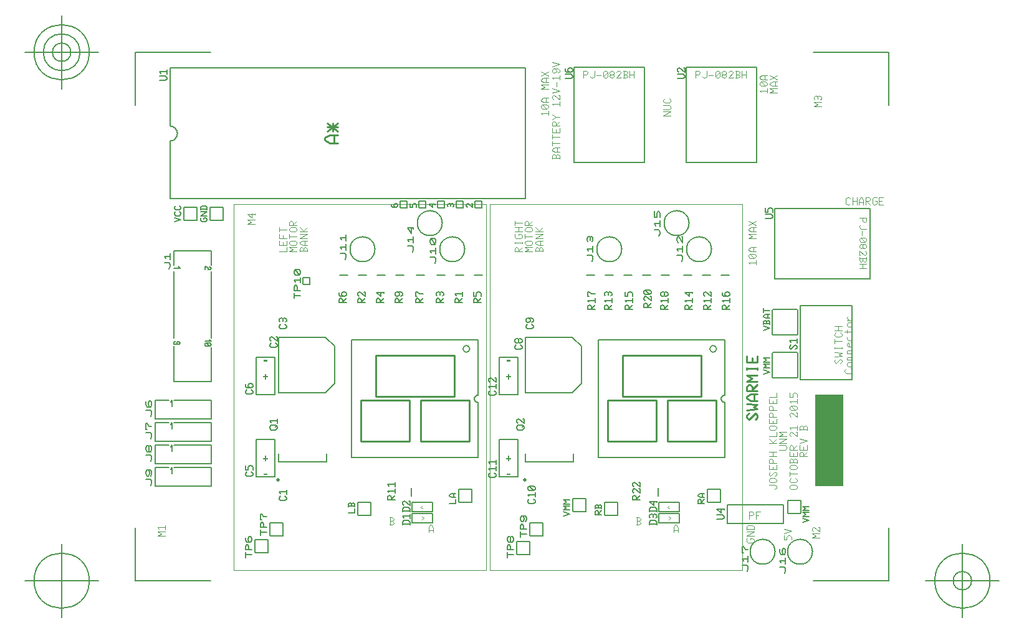
<source format=gbr>
G04 Generated by Ultiboard 13.0 *
%FSLAX25Y25*%
%MOIN*%

%ADD10C,0.00001*%
%ADD11C,0.01111*%
%ADD12C,0.00612*%
%ADD13C,0.00800*%
%ADD14C,0.00005*%
%ADD15C,0.00367*%
%ADD16C,0.01000*%
%ADD17C,0.00787*%
%ADD18C,0.00167*%
%ADD19C,0.00004*%
%ADD20C,0.00020*%
%ADD21C,0.00889*%
%ADD22C,0.00556*%
%ADD23C,0.00500*%
%ADD24C,0.01969*%


G04 ColorRGB FFFF00 for the following layer *
%LNSilkscreen Top*%
%LPD*%
G54D10*
G54D11*
X106857Y232911D02*
X102571Y232911D01*
X99714Y234333D01*
X99714Y235756D01*
X102571Y237178D01*
X106857Y237178D01*
X104714Y232911D02*
X104714Y237178D01*
X101143Y239311D02*
X106857Y243578D01*
X101143Y243578D02*
X106857Y239311D01*
X104000Y239311D02*
X104000Y243578D01*
X101143Y241444D02*
X106857Y241444D01*
G54D12*
X11394Y266337D02*
X14543Y266337D01*
X15331Y267121D01*
X15331Y267905D01*
X14543Y268689D01*
X11394Y268689D01*
X12181Y270256D02*
X11394Y271040D01*
X15331Y271040D01*
X15331Y269864D02*
X15331Y272216D01*
X152331Y147337D02*
X148394Y147337D01*
X148394Y148905D01*
X149181Y149689D01*
X149575Y149689D01*
X150362Y148905D01*
X150362Y147337D01*
X150362Y147729D02*
X152331Y149689D01*
X152331Y152040D02*
X150362Y152040D01*
X149181Y153216D01*
X148394Y153216D01*
X148394Y150864D01*
X149181Y150864D01*
X141331Y147337D02*
X137394Y147337D01*
X137394Y148905D01*
X138181Y149689D01*
X138575Y149689D01*
X139362Y148905D01*
X139362Y147337D01*
X139362Y147729D02*
X141331Y149689D01*
X140543Y150864D02*
X141331Y151648D01*
X141331Y152432D01*
X140543Y153216D01*
X138969Y153216D01*
X138181Y153216D01*
X137394Y152432D01*
X137394Y151648D01*
X138181Y150864D01*
X138969Y150864D01*
X139756Y151648D01*
X139756Y152432D01*
X138969Y153216D01*
X163331Y147337D02*
X159394Y147337D01*
X159394Y148905D01*
X160181Y149689D01*
X160575Y149689D01*
X161362Y148905D01*
X161362Y147337D01*
X161362Y147729D02*
X163331Y149689D01*
X159787Y151256D02*
X159394Y151648D01*
X159394Y152432D01*
X160181Y153216D01*
X160969Y153216D01*
X161362Y152824D01*
X161756Y153216D01*
X162543Y153216D01*
X163331Y152432D01*
X163331Y151648D01*
X162937Y151256D01*
X161362Y151648D02*
X161362Y152824D01*
X173331Y147337D02*
X169394Y147337D01*
X169394Y148905D01*
X170181Y149689D01*
X170575Y149689D01*
X171362Y148905D01*
X171362Y147337D01*
X171362Y147729D02*
X173331Y149689D01*
X170181Y151256D02*
X169394Y152040D01*
X173331Y152040D01*
X173331Y150864D02*
X173331Y153216D01*
X244331Y143809D02*
X240394Y143809D01*
X240394Y145377D01*
X241181Y146161D01*
X241575Y146161D01*
X242362Y145377D01*
X242362Y143809D01*
X242362Y144201D02*
X244331Y146161D01*
X241181Y147729D02*
X240394Y148513D01*
X244331Y148513D01*
X244331Y147337D02*
X244331Y149689D01*
X244331Y152040D02*
X242362Y152040D01*
X241181Y153216D01*
X240394Y153216D01*
X240394Y150864D01*
X241181Y150864D01*
X253331Y143809D02*
X249394Y143809D01*
X249394Y145377D01*
X250181Y146161D01*
X250575Y146161D01*
X251362Y145377D01*
X251362Y143809D01*
X251362Y144201D02*
X253331Y146161D01*
X250181Y147729D02*
X249394Y148513D01*
X253331Y148513D01*
X253331Y147337D02*
X253331Y149689D01*
X249787Y151256D02*
X249394Y151648D01*
X249394Y152432D01*
X250181Y153216D01*
X250969Y153216D01*
X251362Y152824D01*
X251756Y153216D01*
X252543Y153216D01*
X253331Y152432D01*
X253331Y151648D01*
X252937Y151256D01*
X251362Y151648D02*
X251362Y152824D01*
X264331Y143809D02*
X260394Y143809D01*
X260394Y145377D01*
X261181Y146161D01*
X261575Y146161D01*
X262362Y145377D01*
X262362Y143809D01*
X262362Y144201D02*
X264331Y146161D01*
X261181Y147729D02*
X260394Y148513D01*
X264331Y148513D01*
X264331Y147337D02*
X264331Y149689D01*
X260394Y153216D02*
X260394Y150864D01*
X261969Y150864D01*
X261969Y152432D01*
X262756Y153216D01*
X263543Y153216D01*
X264331Y152432D01*
X264331Y150864D01*
X145331Y28337D02*
X145331Y29905D01*
X144543Y30689D01*
X142181Y30689D01*
X141394Y29905D01*
X141394Y28337D01*
X141394Y28729D02*
X145331Y28729D01*
X142181Y32256D02*
X141394Y33040D01*
X145331Y33040D01*
X145331Y31864D02*
X145331Y34216D01*
X145331Y35337D02*
X145331Y36905D01*
X144543Y37689D01*
X142181Y37689D01*
X141394Y36905D01*
X141394Y35337D01*
X141394Y35729D02*
X145331Y35729D01*
X142181Y38864D02*
X141394Y39648D01*
X141394Y40432D01*
X142181Y41216D01*
X142575Y41216D01*
X145331Y38864D01*
X145331Y41216D01*
X144937Y41216D01*
X137331Y41809D02*
X133394Y41809D01*
X133394Y43377D01*
X134181Y44161D01*
X134575Y44161D01*
X135362Y43377D01*
X135362Y41809D01*
X135362Y42201D02*
X137331Y44161D01*
X134181Y45729D02*
X133394Y46513D01*
X137331Y46513D01*
X137331Y45337D02*
X137331Y47689D01*
X134181Y49256D02*
X133394Y50040D01*
X137331Y50040D01*
X137331Y48864D02*
X137331Y51216D01*
X277331Y28337D02*
X277331Y29905D01*
X276543Y30689D01*
X274181Y30689D01*
X273394Y29905D01*
X273394Y28337D01*
X273394Y28729D02*
X277331Y28729D01*
X273787Y32256D02*
X273394Y32648D01*
X273394Y33432D01*
X274181Y34216D01*
X274969Y34216D01*
X275362Y33824D01*
X275756Y34216D01*
X276543Y34216D01*
X277331Y33432D01*
X277331Y32648D01*
X276937Y32256D01*
X275362Y32648D02*
X275362Y33824D01*
X277331Y35337D02*
X277331Y36905D01*
X276543Y37689D01*
X274181Y37689D01*
X273394Y36905D01*
X273394Y35337D01*
X273394Y35729D02*
X277331Y35729D01*
X275756Y41216D02*
X275756Y38864D01*
X273394Y40824D01*
X277331Y40824D01*
X277331Y40432D02*
X277331Y41216D01*
X268331Y41809D02*
X264394Y41809D01*
X264394Y43377D01*
X265181Y44161D01*
X265575Y44161D01*
X266362Y43377D01*
X266362Y41809D01*
X266362Y42201D02*
X268331Y44161D01*
X265181Y45337D02*
X264394Y46121D01*
X264394Y46905D01*
X265181Y47689D01*
X265575Y47689D01*
X268331Y45337D01*
X268331Y47689D01*
X267937Y47689D01*
X265181Y48864D02*
X264394Y49648D01*
X264394Y50432D01*
X265181Y51216D01*
X265575Y51216D01*
X268331Y48864D01*
X268331Y51216D01*
X267937Y51216D01*
X211543Y42161D02*
X212331Y41377D01*
X212331Y40593D01*
X211543Y39809D01*
X209181Y39809D01*
X208394Y40593D01*
X208394Y41377D01*
X209181Y42161D01*
X209181Y43729D02*
X208394Y44513D01*
X212331Y44513D01*
X212331Y43337D02*
X212331Y45689D01*
X209181Y46864D02*
X208394Y47648D01*
X208394Y48432D01*
X209181Y49216D01*
X211543Y49216D01*
X212331Y48432D01*
X212331Y47648D01*
X211543Y46864D01*
X209181Y46864D01*
X209181Y49216D02*
X211543Y46864D01*
X78543Y43689D02*
X79331Y42905D01*
X79331Y42121D01*
X78543Y41337D01*
X76181Y41337D01*
X75394Y42121D01*
X75394Y42905D01*
X76181Y43689D01*
X76181Y45256D02*
X75394Y46040D01*
X79331Y46040D01*
X79331Y44864D02*
X79331Y47216D01*
X73543Y125689D02*
X74331Y124905D01*
X74331Y124121D01*
X73543Y123337D01*
X71181Y123337D01*
X70394Y124121D01*
X70394Y124905D01*
X71181Y125689D01*
X71181Y126864D02*
X70394Y127648D01*
X70394Y128432D01*
X71181Y129216D01*
X71575Y129216D01*
X74331Y126864D01*
X74331Y129216D01*
X73937Y129216D01*
X204543Y124689D02*
X205331Y123905D01*
X205331Y123121D01*
X204543Y122337D01*
X202181Y122337D01*
X201394Y123121D01*
X201394Y123905D01*
X202181Y124689D01*
X205331Y127432D02*
X205331Y126648D01*
X204543Y125864D01*
X203756Y125864D01*
X203362Y126256D01*
X202969Y125864D01*
X202181Y125864D01*
X201394Y126648D01*
X201394Y127432D01*
X202181Y128216D01*
X202969Y128216D01*
X203362Y127824D01*
X203756Y128216D01*
X204543Y128216D01*
X205331Y127432D01*
X203362Y126256D02*
X203362Y127824D01*
X78543Y135689D02*
X79331Y134905D01*
X79331Y134121D01*
X78543Y133337D01*
X76181Y133337D01*
X75394Y134121D01*
X75394Y134905D01*
X76181Y135689D01*
X75787Y137256D02*
X75394Y137648D01*
X75394Y138432D01*
X76181Y139216D01*
X76969Y139216D01*
X77362Y138824D01*
X77756Y139216D01*
X78543Y139216D01*
X79331Y138432D01*
X79331Y137648D01*
X78937Y137256D01*
X77362Y137648D02*
X77362Y138824D01*
X210543Y135689D02*
X211331Y134905D01*
X211331Y134121D01*
X210543Y133337D01*
X208181Y133337D01*
X207394Y134121D01*
X207394Y134905D01*
X208181Y135689D01*
X210543Y136864D02*
X211331Y137648D01*
X211331Y138432D01*
X210543Y139216D01*
X208969Y139216D01*
X208181Y139216D01*
X207394Y138432D01*
X207394Y137648D01*
X208181Y136864D01*
X208969Y136864D01*
X209756Y137648D01*
X209756Y138432D01*
X208969Y139216D01*
X111331Y147337D02*
X107394Y147337D01*
X107394Y148905D01*
X108181Y149689D01*
X108575Y149689D01*
X109362Y148905D01*
X109362Y147337D01*
X109362Y147729D02*
X111331Y149689D01*
X107394Y152824D02*
X107394Y151648D01*
X108181Y150864D01*
X109756Y150864D01*
X110543Y150864D01*
X111331Y151648D01*
X111331Y152432D01*
X110543Y153216D01*
X109756Y153216D01*
X108969Y152432D01*
X108969Y151648D01*
X109756Y150864D01*
X121331Y147337D02*
X117394Y147337D01*
X117394Y148905D01*
X118181Y149689D01*
X118575Y149689D01*
X119362Y148905D01*
X119362Y147337D01*
X119362Y147729D02*
X121331Y149689D01*
X118181Y150864D02*
X117394Y151648D01*
X117394Y152432D01*
X118181Y153216D01*
X118575Y153216D01*
X121331Y150864D01*
X121331Y153216D01*
X120937Y153216D01*
X131331Y147337D02*
X127394Y147337D01*
X127394Y148905D01*
X128181Y149689D01*
X128575Y149689D01*
X129362Y148905D01*
X129362Y147337D01*
X129362Y147729D02*
X131331Y149689D01*
X129756Y153216D02*
X129756Y150864D01*
X127394Y152824D01*
X131331Y152824D01*
X131331Y152432D02*
X131331Y153216D01*
X274331Y144809D02*
X270394Y144809D01*
X270394Y146377D01*
X271181Y147161D01*
X271575Y147161D01*
X272362Y146377D01*
X272362Y144809D01*
X272362Y145201D02*
X274331Y147161D01*
X271181Y148337D02*
X270394Y149121D01*
X270394Y149905D01*
X271181Y150689D01*
X271575Y150689D01*
X274331Y148337D01*
X274331Y150689D01*
X273937Y150689D01*
X271181Y151864D02*
X270394Y152648D01*
X270394Y153432D01*
X271181Y154216D01*
X273543Y154216D01*
X274331Y153432D01*
X274331Y152648D01*
X273543Y151864D01*
X271181Y151864D01*
X271181Y154216D02*
X273543Y151864D01*
X283331Y143809D02*
X279394Y143809D01*
X279394Y145377D01*
X280181Y146161D01*
X280575Y146161D01*
X281362Y145377D01*
X281362Y143809D01*
X281362Y144201D02*
X283331Y146161D01*
X280181Y147729D02*
X279394Y148513D01*
X283331Y148513D01*
X283331Y147337D02*
X283331Y149689D01*
X283331Y152432D02*
X283331Y151648D01*
X282543Y150864D01*
X281756Y150864D01*
X281362Y151256D01*
X280969Y150864D01*
X280181Y150864D01*
X279394Y151648D01*
X279394Y152432D01*
X280181Y153216D01*
X280969Y153216D01*
X281362Y152824D01*
X281756Y153216D01*
X282543Y153216D01*
X283331Y152432D01*
X281362Y151256D02*
X281362Y152824D01*
X296331Y143809D02*
X292394Y143809D01*
X292394Y145377D01*
X293181Y146161D01*
X293575Y146161D01*
X294362Y145377D01*
X294362Y143809D01*
X294362Y144201D02*
X296331Y146161D01*
X293181Y147729D02*
X292394Y148513D01*
X296331Y148513D01*
X296331Y147337D02*
X296331Y149689D01*
X294756Y153216D02*
X294756Y150864D01*
X292394Y152824D01*
X296331Y152824D01*
X296331Y152432D02*
X296331Y153216D01*
X306331Y143809D02*
X302394Y143809D01*
X302394Y145377D01*
X303181Y146161D01*
X303575Y146161D01*
X304362Y145377D01*
X304362Y143809D01*
X304362Y144201D02*
X306331Y146161D01*
X303181Y147729D02*
X302394Y148513D01*
X306331Y148513D01*
X306331Y147337D02*
X306331Y149689D01*
X303181Y150864D02*
X302394Y151648D01*
X302394Y152432D01*
X303181Y153216D01*
X303575Y153216D01*
X306331Y150864D01*
X306331Y153216D01*
X305937Y153216D01*
X316331Y143809D02*
X312394Y143809D01*
X312394Y145377D01*
X313181Y146161D01*
X313575Y146161D01*
X314362Y145377D01*
X314362Y143809D01*
X314362Y144201D02*
X316331Y146161D01*
X313181Y147729D02*
X312394Y148513D01*
X316331Y148513D01*
X316331Y147337D02*
X316331Y149689D01*
X312394Y152824D02*
X312394Y151648D01*
X313181Y150864D01*
X314756Y150864D01*
X315543Y150864D01*
X316331Y151648D01*
X316331Y152432D01*
X315543Y153216D01*
X314756Y153216D01*
X313969Y152432D01*
X313969Y151648D01*
X314756Y150864D01*
X183331Y147337D02*
X179394Y147337D01*
X179394Y148905D01*
X180181Y149689D01*
X180575Y149689D01*
X181362Y148905D01*
X181362Y147337D01*
X181362Y147729D02*
X183331Y149689D01*
X179394Y153216D02*
X179394Y150864D01*
X180969Y150864D01*
X180969Y152432D01*
X181756Y153216D01*
X182543Y153216D01*
X183331Y152432D01*
X183331Y150864D01*
X309394Y31337D02*
X312543Y31337D01*
X313331Y32121D01*
X313331Y32905D01*
X312543Y33689D01*
X309394Y33689D01*
X311756Y37216D02*
X311756Y34864D01*
X309394Y36824D01*
X313331Y36824D01*
X313331Y36432D02*
X313331Y37216D01*
X60543Y56689D02*
X61331Y55905D01*
X61331Y55121D01*
X60543Y54337D01*
X58181Y54337D01*
X57394Y55121D01*
X57394Y55905D01*
X58181Y56689D01*
X57394Y60216D02*
X57394Y57864D01*
X58969Y57864D01*
X58969Y59432D01*
X59756Y60216D01*
X60543Y60216D01*
X61331Y59432D01*
X61331Y57864D01*
X60543Y100689D02*
X61331Y99905D01*
X61331Y99121D01*
X60543Y98337D01*
X58181Y98337D01*
X57394Y99121D01*
X57394Y99905D01*
X58181Y100689D01*
X57394Y103824D02*
X57394Y102648D01*
X58181Y101864D01*
X59756Y101864D01*
X60543Y101864D01*
X61331Y102648D01*
X61331Y103432D01*
X60543Y104216D01*
X59756Y104216D01*
X58969Y103432D01*
X58969Y102648D01*
X59756Y101864D01*
X190543Y56161D02*
X191331Y55377D01*
X191331Y54593D01*
X190543Y53809D01*
X188181Y53809D01*
X187394Y54593D01*
X187394Y55377D01*
X188181Y56161D01*
X188181Y57729D02*
X187394Y58513D01*
X191331Y58513D01*
X191331Y57337D02*
X191331Y59689D01*
X188181Y61256D02*
X187394Y62040D01*
X191331Y62040D01*
X191331Y60864D02*
X191331Y63216D01*
X190543Y100161D02*
X191331Y99377D01*
X191331Y98593D01*
X190543Y97809D01*
X188181Y97809D01*
X187394Y98593D01*
X187394Y99377D01*
X188181Y100161D01*
X188181Y101729D02*
X187394Y102513D01*
X191331Y102513D01*
X191331Y101337D02*
X191331Y103689D01*
X188181Y104864D02*
X187394Y105648D01*
X187394Y106432D01*
X188181Y107216D01*
X188575Y107216D01*
X191331Y104864D01*
X191331Y107216D01*
X190937Y107216D01*
X335394Y192337D02*
X338543Y192337D01*
X339331Y193121D01*
X339331Y193905D01*
X338543Y194689D01*
X335394Y194689D01*
X335394Y198216D02*
X335394Y195864D01*
X336969Y195864D01*
X336969Y197432D01*
X337756Y198216D01*
X338543Y198216D01*
X339331Y197432D01*
X339331Y195864D01*
X228394Y267337D02*
X231543Y267337D01*
X232331Y268121D01*
X232331Y268905D01*
X231543Y269689D01*
X228394Y269689D01*
X228394Y272824D02*
X228394Y271648D01*
X229181Y270864D01*
X230756Y270864D01*
X231543Y270864D01*
X232331Y271648D01*
X232331Y272432D01*
X231543Y273216D01*
X230756Y273216D01*
X229969Y272432D01*
X229969Y271648D01*
X230756Y270864D01*
X351543Y122337D02*
X352331Y123121D01*
X352331Y123905D01*
X351543Y124689D01*
X349181Y122337D01*
X348394Y123121D01*
X348394Y123905D01*
X349181Y124689D01*
X349181Y126256D02*
X348394Y127040D01*
X352331Y127040D01*
X352331Y125864D02*
X352331Y128216D01*
X288394Y267337D02*
X291543Y267337D01*
X292331Y268121D01*
X292331Y268905D01*
X291543Y269689D01*
X288394Y269689D01*
X289181Y270864D02*
X288394Y271648D01*
X288394Y272432D01*
X289181Y273216D01*
X289575Y273216D01*
X292331Y270864D01*
X292331Y273216D01*
X291937Y273216D01*
G54D13*
X17000Y203000D02*
X207000Y203000D01*
X207000Y273000D01*
X17000Y273000D01*
X17000Y234000D02*
X17349Y234015D01*
X17695Y234061D01*
X18035Y234136D01*
X18368Y234241D01*
X18690Y234375D01*
X19000Y234536D01*
X19294Y234723D01*
X19571Y234936D01*
X19828Y235172D01*
X20064Y235429D01*
X20277Y235706D01*
X20464Y236000D01*
X20625Y236310D01*
X20759Y236632D01*
X20864Y236965D01*
X20939Y237305D01*
X20985Y237651D01*
X21000Y238000D01*
X20985Y238349D01*
X20939Y238695D01*
X20864Y239035D01*
X20759Y239368D01*
X20625Y239690D01*
X20464Y240000D01*
X20277Y240294D01*
X20064Y240571D01*
X19828Y240828D01*
X19571Y241064D01*
X19294Y241277D01*
X19000Y241464D01*
X18690Y241625D01*
X18368Y241759D01*
X18035Y241864D01*
X17695Y241939D01*
X17349Y241985D01*
X17000Y242000D01*
X17000Y273000D02*
X17000Y242000D01*
X17000Y234000D02*
X17000Y203000D01*
X313858Y127496D02*
X246142Y127496D01*
X246142Y64504D01*
X313858Y64504D01*
X305787Y122669D02*
G75*
D01*
G02X305787Y122669I1772J0*
G01*
X313858Y97969D02*
X313687Y97961D01*
X313516Y97939D01*
X313349Y97901D01*
X313185Y97850D01*
X313026Y97784D01*
X312874Y97705D01*
X312729Y97613D01*
X312593Y97508D01*
X312466Y97392D01*
X312350Y97265D01*
X312246Y97129D01*
X312153Y96984D01*
X312074Y96832D01*
X312008Y96673D01*
X311957Y96509D01*
X311920Y96342D01*
X311897Y96172D01*
X311890Y96000D01*
X311897Y95828D01*
X311920Y95658D01*
X311957Y95491D01*
X312008Y95327D01*
X312074Y95168D01*
X312153Y95016D01*
X312246Y94871D01*
X312350Y94735D01*
X312466Y94608D01*
X312593Y94492D01*
X312729Y94387D01*
X312874Y94295D01*
X313026Y94216D01*
X313185Y94150D01*
X313349Y94099D01*
X313516Y94061D01*
X313687Y94039D01*
X313858Y94031D01*
X313858Y64504D02*
X313858Y94031D01*
X313858Y97969D02*
X313858Y127496D01*
X158679Y168556D02*
X159274Y169667D01*
X159274Y170778D01*
X158679Y171889D01*
X156298Y171889D01*
X156893Y174111D02*
X156298Y175222D01*
X159274Y175222D01*
X159274Y173556D02*
X159274Y176889D01*
X156893Y178556D02*
X156298Y179667D01*
X156298Y180778D01*
X156893Y181889D01*
X158679Y181889D01*
X159274Y180778D01*
X159274Y179667D01*
X158679Y178556D01*
X156893Y178556D01*
X156893Y181889D02*
X158679Y178556D01*
X168000Y169333D02*
X168581Y169359D01*
X169158Y169435D01*
X169725Y169560D01*
X170280Y169735D01*
X170817Y169958D01*
X171333Y170226D01*
X171824Y170539D01*
X172285Y170893D01*
X172714Y171286D01*
X173107Y171715D01*
X173461Y172176D01*
X173774Y172667D01*
X174042Y173183D01*
X174265Y173720D01*
X174440Y174275D01*
X174565Y174842D01*
X174641Y175419D01*
X174667Y176000D01*
X174641Y176581D01*
X174565Y177158D01*
X174440Y177725D01*
X174265Y178280D01*
X174042Y178817D01*
X173774Y179333D01*
X173461Y179824D01*
X173107Y180285D01*
X172714Y180714D01*
X172285Y181107D01*
X171824Y181461D01*
X171333Y181774D01*
X170817Y182042D01*
X170280Y182265D01*
X169725Y182440D01*
X169158Y182565D01*
X168581Y182641D01*
X168000Y182667D01*
X167419Y182641D01*
X166842Y182565D01*
X166275Y182440D01*
X165720Y182265D01*
X165183Y182042D01*
X164667Y181774D01*
X164176Y181461D01*
X163715Y181107D01*
X163286Y180714D01*
X162893Y180285D01*
X162539Y179824D01*
X162226Y179333D01*
X161958Y178817D01*
X161735Y178280D01*
X161560Y177725D01*
X161435Y177158D01*
X161359Y176581D01*
X161333Y176000D01*
X161359Y175419D01*
X161435Y174842D01*
X161560Y174275D01*
X161735Y173720D01*
X161958Y173183D01*
X162226Y172667D01*
X162539Y172176D01*
X162893Y171715D01*
X163286Y171286D01*
X163715Y170893D01*
X164176Y170539D01*
X164667Y170226D01*
X165183Y169958D01*
X165720Y169735D01*
X166275Y169560D01*
X166842Y169435D01*
X167419Y169359D01*
X168000Y169333D01*
X168000Y169333D01*
X146679Y174556D02*
X147274Y175667D01*
X147274Y176778D01*
X146679Y177889D01*
X144298Y177889D01*
X144893Y180111D02*
X144298Y181222D01*
X147274Y181222D01*
X147274Y179556D02*
X147274Y182889D01*
X146083Y187889D02*
X146083Y184556D01*
X144298Y187333D01*
X147274Y187333D01*
X147274Y186778D02*
X147274Y187889D01*
X162667Y190000D02*
X162641Y190581D01*
X162565Y191158D01*
X162440Y191725D01*
X162265Y192280D01*
X162042Y192817D01*
X161774Y193333D01*
X161461Y193824D01*
X161107Y194285D01*
X160714Y194714D01*
X160285Y195107D01*
X159824Y195461D01*
X159333Y195774D01*
X158817Y196042D01*
X158280Y196265D01*
X157725Y196440D01*
X157158Y196565D01*
X156581Y196641D01*
X156000Y196667D01*
X155419Y196641D01*
X154842Y196565D01*
X154275Y196440D01*
X153720Y196265D01*
X153183Y196042D01*
X152667Y195774D01*
X152176Y195461D01*
X151715Y195107D01*
X151286Y194714D01*
X150893Y194285D01*
X150539Y193824D01*
X150226Y193333D01*
X149958Y192817D01*
X149735Y192280D01*
X149560Y191725D01*
X149435Y191158D01*
X149359Y190581D01*
X149333Y190000D01*
X149359Y189419D01*
X149435Y188842D01*
X149560Y188275D01*
X149735Y187720D01*
X149958Y187183D01*
X150226Y186667D01*
X150539Y186176D01*
X150893Y185715D01*
X151286Y185286D01*
X151715Y184893D01*
X152176Y184539D01*
X152667Y184226D01*
X153183Y183958D01*
X153720Y183735D01*
X154275Y183560D01*
X154842Y183435D01*
X155419Y183359D01*
X156000Y183333D01*
X156581Y183359D01*
X157158Y183435D01*
X157725Y183560D01*
X158280Y183735D01*
X158817Y183958D01*
X159333Y184226D01*
X159824Y184539D01*
X160285Y184893D01*
X160714Y185286D01*
X161107Y185715D01*
X161461Y186176D01*
X161774Y186667D01*
X162042Y187183D01*
X162265Y187720D01*
X162440Y188275D01*
X162565Y188842D01*
X162641Y189419D01*
X162667Y190000D01*
X162667Y190000D01*
X242679Y169556D02*
X243274Y170667D01*
X243274Y171778D01*
X242679Y172889D01*
X240298Y172889D01*
X240893Y175111D02*
X240298Y176222D01*
X243274Y176222D01*
X243274Y174556D02*
X243274Y177889D01*
X240595Y180111D02*
X240298Y180667D01*
X240298Y181778D01*
X240893Y182889D01*
X241488Y182889D01*
X241786Y182333D01*
X242083Y182889D01*
X242679Y182889D01*
X243274Y181778D01*
X243274Y180667D01*
X242976Y180111D01*
X241786Y180667D02*
X241786Y182333D01*
X252000Y169333D02*
X252581Y169359D01*
X253158Y169435D01*
X253725Y169560D01*
X254280Y169735D01*
X254817Y169958D01*
X255333Y170226D01*
X255824Y170539D01*
X256285Y170893D01*
X256714Y171286D01*
X257107Y171715D01*
X257461Y172176D01*
X257774Y172667D01*
X258042Y173183D01*
X258265Y173720D01*
X258440Y174275D01*
X258565Y174842D01*
X258641Y175419D01*
X258667Y176000D01*
X258641Y176581D01*
X258565Y177158D01*
X258440Y177725D01*
X258265Y178280D01*
X258042Y178817D01*
X257774Y179333D01*
X257461Y179824D01*
X257107Y180285D01*
X256714Y180714D01*
X256285Y181107D01*
X255824Y181461D01*
X255333Y181774D01*
X254817Y182042D01*
X254280Y182265D01*
X253725Y182440D01*
X253158Y182565D01*
X252581Y182641D01*
X252000Y182667D01*
X251419Y182641D01*
X250842Y182565D01*
X250275Y182440D01*
X249720Y182265D01*
X249183Y182042D01*
X248667Y181774D01*
X248176Y181461D01*
X247715Y181107D01*
X247286Y180714D01*
X246893Y180285D01*
X246539Y179824D01*
X246226Y179333D01*
X245958Y178817D01*
X245735Y178280D01*
X245560Y177725D01*
X245435Y177158D01*
X245359Y176581D01*
X245333Y176000D01*
X245359Y175419D01*
X245435Y174842D01*
X245560Y174275D01*
X245735Y173720D01*
X245958Y173183D01*
X246226Y172667D01*
X246539Y172176D01*
X246893Y171715D01*
X247286Y171286D01*
X247715Y170893D01*
X248176Y170539D01*
X248667Y170226D01*
X249183Y169958D01*
X249720Y169735D01*
X250275Y169560D01*
X250842Y169435D01*
X251419Y169359D01*
X252000Y169333D01*
X252000Y169333D01*
X6679Y62556D02*
X7274Y63667D01*
X7274Y64778D01*
X6679Y65889D01*
X4298Y65889D01*
X7274Y69778D02*
X7274Y68667D01*
X6679Y67556D01*
X6083Y67556D01*
X5786Y68111D01*
X5488Y67556D01*
X4893Y67556D01*
X4298Y68667D01*
X4298Y69778D01*
X4893Y70889D01*
X5488Y70889D01*
X5786Y70333D01*
X6083Y70889D01*
X6679Y70889D01*
X7274Y69778D01*
X5786Y68111D02*
X5786Y70333D01*
X9000Y71000D02*
X9000Y61000D01*
X39000Y71000D02*
X39000Y61000D01*
X39000Y71000D02*
X19000Y71000D01*
X16500Y71000D02*
X9000Y71000D01*
X18167Y71000D02*
X18167Y67667D01*
X17333Y70167D02*
X18167Y71000D01*
X39000Y61000D02*
X9000Y61000D01*
X6679Y74556D02*
X7274Y75667D01*
X7274Y76778D01*
X6679Y77889D01*
X4298Y77889D01*
X7274Y81222D02*
X5786Y81222D01*
X4893Y82889D01*
X4298Y82889D01*
X4298Y79556D01*
X4893Y79556D01*
X9000Y83000D02*
X9000Y73000D01*
X39000Y83000D02*
X39000Y73000D01*
X39000Y83000D02*
X19000Y83000D01*
X16500Y83000D02*
X9000Y83000D01*
X18167Y83000D02*
X18167Y79667D01*
X17333Y82167D02*
X18167Y83000D01*
X39000Y73000D02*
X9000Y73000D01*
X6679Y86556D02*
X7274Y87667D01*
X7274Y88778D01*
X6679Y89889D01*
X4298Y89889D01*
X4298Y94333D02*
X4298Y92667D01*
X4893Y91556D01*
X6083Y91556D01*
X6679Y91556D01*
X7274Y92667D01*
X7274Y93778D01*
X6679Y94889D01*
X6083Y94889D01*
X5488Y93778D01*
X5488Y92667D01*
X6083Y91556D01*
X9000Y95000D02*
X9000Y85000D01*
X39000Y95000D02*
X39000Y85000D01*
X39000Y95000D02*
X19000Y95000D01*
X16500Y95000D02*
X9000Y95000D01*
X18167Y95000D02*
X18167Y91667D01*
X17333Y94167D02*
X18167Y95000D01*
X39000Y85000D02*
X9000Y85000D01*
X6673Y49550D02*
X7268Y50661D01*
X7268Y51772D01*
X6673Y52883D01*
X4292Y52883D01*
X6673Y54550D02*
X7268Y55661D01*
X7268Y56772D01*
X6673Y57883D01*
X5483Y57883D01*
X4887Y57883D01*
X4292Y56772D01*
X4292Y55661D01*
X4887Y54550D01*
X5483Y54550D01*
X6078Y55661D01*
X6078Y56772D01*
X5483Y57883D01*
X9000Y59000D02*
X9000Y49000D01*
X39000Y59000D02*
X39000Y49000D01*
X39000Y59000D02*
X19000Y59000D01*
X16500Y59000D02*
X9000Y59000D01*
X18167Y59000D02*
X18167Y55667D01*
X17333Y58167D02*
X18167Y59000D01*
X39000Y49000D02*
X9000Y49000D01*
X157500Y34500D02*
X146500Y34500D01*
X146500Y29500D01*
X157500Y29500D01*
X157500Y34500D01*
X146500Y35500D02*
X157500Y35500D01*
X157500Y40500D01*
X146500Y40500D01*
X146500Y35500D01*
X289500Y34500D02*
X278500Y34500D01*
X278500Y29500D01*
X289500Y29500D01*
X289500Y34500D01*
X278500Y35500D02*
X289500Y35500D01*
X289500Y40500D01*
X278500Y40500D01*
X278500Y35500D01*
X73543Y79307D02*
X74331Y80094D01*
X74331Y80882D01*
X73543Y81669D01*
X71181Y81669D01*
X70394Y80882D01*
X70394Y80094D01*
X71181Y79307D01*
X73543Y79307D01*
X73543Y80882D02*
X74331Y81669D01*
X71181Y83244D02*
X70394Y84031D01*
X74331Y84031D01*
X74331Y82850D02*
X74331Y85213D01*
X75236Y128764D02*
X75236Y99236D01*
X100000Y128764D02*
X75236Y128764D01*
X75236Y99236D02*
X100000Y99236D01*
X105000Y104000D02*
X105000Y124000D01*
X100000Y128764D01*
X105000Y104000D02*
X100000Y99236D01*
X205543Y79307D02*
X206331Y80094D01*
X206331Y80882D01*
X205543Y81669D01*
X203181Y81669D01*
X202394Y80882D01*
X202394Y80094D01*
X203181Y79307D01*
X205543Y79307D01*
X205543Y80882D02*
X206331Y81669D01*
X203181Y82850D02*
X202394Y83638D01*
X202394Y84425D01*
X203181Y85213D01*
X203575Y85213D01*
X206331Y82850D01*
X206331Y85213D01*
X205937Y85213D01*
X207236Y128764D02*
X207236Y99236D01*
X232000Y128764D02*
X207236Y128764D01*
X207236Y99236D02*
X232000Y99236D01*
X237000Y104000D02*
X237000Y124000D01*
X232000Y128764D01*
X237000Y104000D02*
X232000Y99236D01*
X110679Y170556D02*
X111274Y171667D01*
X111274Y172778D01*
X110679Y173889D01*
X108298Y173889D01*
X108893Y176111D02*
X108298Y177222D01*
X111274Y177222D01*
X111274Y175556D02*
X111274Y178889D01*
X108893Y181111D02*
X108298Y182222D01*
X111274Y182222D01*
X111274Y180556D02*
X111274Y183889D01*
X120000Y169333D02*
X120581Y169359D01*
X121158Y169435D01*
X121725Y169560D01*
X122280Y169735D01*
X122817Y169958D01*
X123333Y170226D01*
X123824Y170539D01*
X124285Y170893D01*
X124714Y171286D01*
X125107Y171715D01*
X125461Y172176D01*
X125774Y172667D01*
X126042Y173183D01*
X126265Y173720D01*
X126440Y174275D01*
X126565Y174842D01*
X126641Y175419D01*
X126667Y176000D01*
X126641Y176581D01*
X126565Y177158D01*
X126440Y177725D01*
X126265Y178280D01*
X126042Y178817D01*
X125774Y179333D01*
X125461Y179824D01*
X125107Y180285D01*
X124714Y180714D01*
X124285Y181107D01*
X123824Y181461D01*
X123333Y181774D01*
X122817Y182042D01*
X122280Y182265D01*
X121725Y182440D01*
X121158Y182565D01*
X120581Y182641D01*
X120000Y182667D01*
X119419Y182641D01*
X118842Y182565D01*
X118275Y182440D01*
X117720Y182265D01*
X117183Y182042D01*
X116667Y181774D01*
X116176Y181461D01*
X115715Y181107D01*
X115286Y180714D01*
X114893Y180285D01*
X114539Y179824D01*
X114226Y179333D01*
X113958Y178817D01*
X113735Y178280D01*
X113560Y177725D01*
X113435Y177158D01*
X113359Y176581D01*
X113333Y176000D01*
X113359Y175419D01*
X113435Y174842D01*
X113560Y174275D01*
X113735Y173720D01*
X113958Y173183D01*
X114226Y172667D01*
X114539Y172176D01*
X114893Y171715D01*
X115286Y171286D01*
X115715Y170893D01*
X116176Y170539D01*
X116667Y170226D01*
X117183Y169958D01*
X117720Y169735D01*
X118275Y169560D01*
X118842Y169435D01*
X119419Y169359D01*
X120000Y169333D01*
X120000Y169333D01*
X290679Y169556D02*
X291274Y170667D01*
X291274Y171778D01*
X290679Y172889D01*
X288298Y172889D01*
X288893Y175111D02*
X288298Y176222D01*
X291274Y176222D01*
X291274Y174556D02*
X291274Y177889D01*
X288893Y179556D02*
X288298Y180667D01*
X288298Y181778D01*
X288893Y182889D01*
X289190Y182889D01*
X291274Y179556D01*
X291274Y182889D01*
X290976Y182889D01*
X300000Y169333D02*
X300581Y169359D01*
X301158Y169435D01*
X301725Y169560D01*
X302280Y169735D01*
X302817Y169958D01*
X303333Y170226D01*
X303824Y170539D01*
X304285Y170893D01*
X304714Y171286D01*
X305107Y171715D01*
X305461Y172176D01*
X305774Y172667D01*
X306042Y173183D01*
X306265Y173720D01*
X306440Y174275D01*
X306565Y174842D01*
X306641Y175419D01*
X306667Y176000D01*
X306641Y176581D01*
X306565Y177158D01*
X306440Y177725D01*
X306265Y178280D01*
X306042Y178817D01*
X305774Y179333D01*
X305461Y179824D01*
X305107Y180285D01*
X304714Y180714D01*
X304285Y181107D01*
X303824Y181461D01*
X303333Y181774D01*
X302817Y182042D01*
X302280Y182265D01*
X301725Y182440D01*
X301158Y182565D01*
X300581Y182641D01*
X300000Y182667D01*
X299419Y182641D01*
X298842Y182565D01*
X298275Y182440D01*
X297720Y182265D01*
X297183Y182042D01*
X296667Y181774D01*
X296176Y181461D01*
X295715Y181107D01*
X295286Y180714D01*
X294893Y180285D01*
X294539Y179824D01*
X294226Y179333D01*
X293958Y178817D01*
X293735Y178280D01*
X293560Y177725D01*
X293435Y177158D01*
X293359Y176581D01*
X293333Y176000D01*
X293359Y175419D01*
X293435Y174842D01*
X293560Y174275D01*
X293735Y173720D01*
X293958Y173183D01*
X294226Y172667D01*
X294539Y172176D01*
X294893Y171715D01*
X295286Y171286D01*
X295715Y170893D01*
X296176Y170539D01*
X296667Y170226D01*
X297183Y169958D01*
X297720Y169735D01*
X298275Y169560D01*
X298842Y169435D01*
X299419Y169359D01*
X300000Y169333D01*
X278595Y183056D02*
X279190Y184167D01*
X279190Y185278D01*
X278595Y186389D01*
X276214Y186389D01*
X276810Y188611D02*
X276214Y189722D01*
X279190Y189722D01*
X279190Y188056D02*
X279190Y191389D01*
X276214Y196389D02*
X276214Y193056D01*
X277405Y193056D01*
X277405Y195278D01*
X278000Y196389D01*
X278595Y196389D01*
X279190Y195278D01*
X279190Y193056D01*
X294667Y190000D02*
X294641Y190581D01*
X294565Y191158D01*
X294440Y191725D01*
X294265Y192280D01*
X294042Y192817D01*
X293774Y193333D01*
X293461Y193824D01*
X293107Y194285D01*
X292714Y194714D01*
X292285Y195107D01*
X291824Y195461D01*
X291333Y195774D01*
X290817Y196042D01*
X290280Y196265D01*
X289725Y196440D01*
X289158Y196565D01*
X288581Y196641D01*
X288000Y196667D01*
X287419Y196641D01*
X286842Y196565D01*
X286275Y196440D01*
X285720Y196265D01*
X285183Y196042D01*
X284667Y195774D01*
X284176Y195461D01*
X283715Y195107D01*
X283286Y194714D01*
X282893Y194285D01*
X282539Y193824D01*
X282226Y193333D01*
X281958Y192817D01*
X281735Y192280D01*
X281560Y191725D01*
X281435Y191158D01*
X281359Y190581D01*
X281333Y190000D01*
X281359Y189419D01*
X281435Y188842D01*
X281560Y188275D01*
X281735Y187720D01*
X281958Y187183D01*
X282226Y186667D01*
X282539Y186176D01*
X282893Y185715D01*
X283286Y185286D01*
X283715Y184893D01*
X284176Y184539D01*
X284667Y184226D01*
X285183Y183958D01*
X285720Y183735D01*
X286275Y183560D01*
X286842Y183435D01*
X287419Y183359D01*
X288000Y183333D01*
X288581Y183359D01*
X289158Y183435D01*
X289725Y183560D01*
X290280Y183735D01*
X290817Y183958D01*
X291333Y184226D01*
X291824Y184539D01*
X292285Y184893D01*
X292714Y185286D01*
X293107Y185715D01*
X293461Y186176D01*
X293774Y186667D01*
X294042Y187183D01*
X294265Y187720D01*
X294440Y188275D01*
X294565Y188842D01*
X294641Y189419D01*
X294667Y190000D01*
X294667Y190000D01*
X181858Y127496D02*
X114142Y127496D01*
X114142Y64504D01*
X181858Y64504D01*
X173787Y122669D02*
G75*
D01*
G02X173787Y122669I1772J0*
G01*
X181858Y97969D02*
X181687Y97961D01*
X181516Y97939D01*
X181349Y97901D01*
X181185Y97850D01*
X181026Y97784D01*
X180874Y97705D01*
X180729Y97613D01*
X180593Y97508D01*
X180466Y97392D01*
X180350Y97265D01*
X180246Y97129D01*
X180153Y96984D01*
X180074Y96832D01*
X180008Y96673D01*
X179957Y96509D01*
X179920Y96342D01*
X179897Y96172D01*
X179890Y96000D01*
X179897Y95828D01*
X179920Y95658D01*
X179957Y95491D01*
X180008Y95327D01*
X180074Y95168D01*
X180153Y95016D01*
X180246Y94871D01*
X180350Y94735D01*
X180466Y94608D01*
X180593Y94492D01*
X180729Y94387D01*
X180874Y94295D01*
X181026Y94216D01*
X181185Y94150D01*
X181349Y94099D01*
X181516Y94061D01*
X181687Y94039D01*
X181858Y94031D01*
X181858Y64504D02*
X181858Y94031D01*
X181858Y97969D02*
X181858Y127496D01*
X315000Y29000D02*
X345000Y29000D01*
X345000Y39000D01*
X315000Y39000D01*
X315000Y29000D01*
X16512Y165556D02*
X17107Y166667D01*
X17107Y167778D01*
X16512Y168889D01*
X14131Y168889D01*
X14726Y171111D02*
X14131Y172222D01*
X17107Y172222D01*
X17107Y170556D02*
X17107Y173889D01*
X19000Y164167D02*
X19000Y128333D01*
X39000Y164167D02*
X39000Y128333D01*
X19000Y167500D02*
X19000Y175000D01*
X39000Y175000D02*
X39000Y167500D01*
X19000Y175000D02*
X39000Y175000D01*
X19000Y165833D02*
X22333Y165833D01*
X21500Y166667D01*
X37333Y165833D02*
X37336Y165761D01*
X37346Y165689D01*
X37362Y165618D01*
X37383Y165548D01*
X37411Y165481D01*
X37445Y165417D01*
X37484Y165355D01*
X37528Y165298D01*
X37577Y165244D01*
X37631Y165195D01*
X37689Y165151D01*
X37750Y165112D01*
X37814Y165078D01*
X37882Y165050D01*
X37951Y165029D01*
X38022Y165013D01*
X38094Y165003D01*
X38167Y165000D01*
X38239Y165003D01*
X38311Y165013D01*
X38382Y165029D01*
X38452Y165050D01*
X38519Y165078D01*
X38583Y165112D01*
X38645Y165151D01*
X38702Y165195D01*
X38756Y165244D01*
X38805Y165298D01*
X38849Y165355D01*
X38888Y165417D01*
X38922Y165481D01*
X38950Y165548D01*
X38971Y165618D01*
X38987Y165689D01*
X38997Y165761D01*
X39000Y165833D01*
X38997Y165906D01*
X38987Y165978D01*
X38971Y166049D01*
X38950Y166118D01*
X38922Y166186D01*
X38888Y166250D01*
X38849Y166311D01*
X38805Y166369D01*
X38756Y166423D01*
X38702Y166472D01*
X38645Y166516D01*
X38583Y166555D01*
X38519Y166589D01*
X38452Y166617D01*
X38382Y166638D01*
X38311Y166654D01*
X38239Y166664D01*
X38167Y166667D01*
X35667Y165000D02*
X35667Y166667D01*
X37333Y165833D02*
X37330Y165906D01*
X37321Y165978D01*
X37305Y166049D01*
X37283Y166118D01*
X37255Y166186D01*
X37222Y166250D01*
X37183Y166311D01*
X37138Y166369D01*
X37089Y166423D01*
X37036Y166472D01*
X36978Y166516D01*
X36917Y166555D01*
X36852Y166589D01*
X36785Y166617D01*
X36716Y166638D01*
X36645Y166654D01*
X36573Y166664D01*
X36500Y166667D01*
X35667Y166667D02*
X36500Y166667D01*
X35667Y126667D02*
X39000Y126667D01*
X38167Y127500D01*
X19833Y126667D02*
X19761Y126664D01*
X19689Y126654D01*
X19618Y126638D01*
X19548Y126617D01*
X19481Y126589D01*
X19417Y126555D01*
X19355Y126516D01*
X19298Y126472D01*
X19244Y126423D01*
X19195Y126369D01*
X19151Y126311D01*
X19112Y126250D01*
X19078Y126186D01*
X19050Y126118D01*
X19029Y126049D01*
X19013Y125978D01*
X19003Y125906D01*
X19000Y125833D01*
X19003Y125761D01*
X19013Y125689D01*
X19029Y125618D01*
X19050Y125548D01*
X19078Y125481D01*
X19112Y125417D01*
X19151Y125355D01*
X19195Y125298D01*
X19244Y125244D01*
X19298Y125195D01*
X19355Y125151D01*
X19417Y125112D01*
X19481Y125078D01*
X19548Y125050D01*
X19618Y125029D01*
X19689Y125013D01*
X19761Y125003D01*
X19833Y125000D01*
X19833Y125000D01*
X21500Y125000D02*
X21573Y125003D01*
X21645Y125013D01*
X21716Y125029D01*
X21785Y125050D01*
X21852Y125078D01*
X21917Y125112D01*
X21978Y125151D01*
X22036Y125195D01*
X22089Y125244D01*
X22138Y125298D01*
X22183Y125355D01*
X22222Y125417D01*
X22255Y125481D01*
X22283Y125548D01*
X22305Y125618D01*
X22321Y125689D01*
X22330Y125761D01*
X22333Y125833D01*
X22330Y125906D01*
X22321Y125978D01*
X22305Y126049D01*
X22283Y126118D01*
X22255Y126186D01*
X22222Y126250D01*
X22183Y126311D01*
X22138Y126369D01*
X22089Y126423D01*
X22036Y126472D01*
X21978Y126516D01*
X21917Y126555D01*
X21852Y126589D01*
X21785Y126617D01*
X21716Y126638D01*
X21645Y126654D01*
X21573Y126664D01*
X21500Y126667D01*
X21427Y126664D01*
X21355Y126654D01*
X21284Y126638D01*
X21215Y126617D01*
X21148Y126589D01*
X21083Y126555D01*
X21022Y126516D01*
X20964Y126472D01*
X20911Y126423D01*
X20862Y126369D01*
X20817Y126311D01*
X20778Y126250D01*
X20745Y126186D01*
X20717Y126118D01*
X20695Y126049D01*
X20679Y125978D01*
X20670Y125906D01*
X20667Y125833D01*
X20670Y125761D01*
X20679Y125689D01*
X20695Y125618D01*
X20717Y125548D01*
X20745Y125481D01*
X20778Y125417D01*
X20817Y125355D01*
X20862Y125298D01*
X20911Y125244D01*
X20964Y125195D01*
X21022Y125151D01*
X21083Y125112D01*
X21148Y125078D01*
X21215Y125050D01*
X21284Y125029D01*
X21355Y125013D01*
X21427Y125003D01*
X21500Y125000D01*
X19000Y105000D02*
X19000Y124167D01*
X39000Y105000D02*
X39000Y123333D01*
X19833Y125000D02*
X21500Y125000D01*
X38167Y124167D02*
X36500Y125833D01*
X38167Y124167D02*
X36500Y124167D01*
X38167Y124167D02*
X38239Y124170D01*
X38311Y124179D01*
X38382Y124195D01*
X38452Y124217D01*
X38519Y124245D01*
X38583Y124278D01*
X38645Y124317D01*
X38702Y124362D01*
X38756Y124411D01*
X38805Y124464D01*
X38849Y124522D01*
X38888Y124583D01*
X38922Y124648D01*
X38950Y124715D01*
X38971Y124784D01*
X38987Y124855D01*
X38997Y124927D01*
X39000Y125000D01*
X38997Y125073D01*
X38987Y125145D01*
X38971Y125216D01*
X38950Y125285D01*
X38922Y125352D01*
X38888Y125417D01*
X38849Y125478D01*
X38805Y125536D01*
X38756Y125589D01*
X38702Y125638D01*
X38645Y125683D01*
X38583Y125722D01*
X38519Y125755D01*
X38452Y125783D01*
X38382Y125805D01*
X38311Y125821D01*
X38239Y125830D01*
X38167Y125833D01*
X36500Y125833D02*
X38167Y125833D01*
X36500Y125833D02*
X36427Y125830D01*
X36355Y125821D01*
X36284Y125805D01*
X36215Y125783D01*
X36148Y125755D01*
X36083Y125722D01*
X36022Y125683D01*
X35964Y125638D01*
X35911Y125589D01*
X35862Y125536D01*
X35817Y125478D01*
X35778Y125417D01*
X35745Y125352D01*
X35717Y125285D01*
X35695Y125216D01*
X35679Y125145D01*
X35670Y125073D01*
X35667Y125000D01*
X35670Y124927D01*
X35679Y124855D01*
X35695Y124784D01*
X35717Y124715D01*
X35745Y124648D01*
X35778Y124583D01*
X35817Y124522D01*
X35862Y124464D01*
X35911Y124411D01*
X35964Y124362D01*
X36022Y124317D01*
X36083Y124278D01*
X36148Y124245D01*
X36215Y124217D01*
X36284Y124195D01*
X36355Y124179D01*
X36427Y124170D01*
X36500Y124167D01*
X39000Y105000D02*
X19000Y105000D01*
X63000Y74000D02*
X63000Y54000D01*
X73000Y54000D01*
X73000Y74000D01*
X63000Y74000D01*
X73000Y98000D02*
X73000Y118000D01*
X63000Y118000D01*
X63000Y98000D01*
X73000Y98000D01*
X193000Y74000D02*
X193000Y54000D01*
X203000Y54000D01*
X203000Y74000D01*
X193000Y74000D01*
X203000Y98000D02*
X203000Y118000D01*
X193000Y118000D01*
X193000Y98000D01*
X203000Y98000D01*
X391591Y197701D02*
X340409Y197701D01*
X340409Y160299D01*
X391591Y160299D01*
X391591Y197701D01*
X233299Y273591D02*
X233299Y222409D01*
X270701Y222409D01*
X270701Y273591D01*
X233299Y273591D01*
X354220Y145685D02*
X354220Y106315D01*
X381780Y106315D01*
X381780Y145685D01*
X354220Y145685D01*
X325679Y3556D02*
X326274Y4667D01*
X326274Y5778D01*
X325679Y6889D01*
X323298Y6889D01*
X323893Y9111D02*
X323298Y10222D01*
X326274Y10222D01*
X326274Y8556D02*
X326274Y11889D01*
X326274Y15222D02*
X324786Y15222D01*
X323893Y16889D01*
X323298Y16889D01*
X323298Y13556D01*
X323893Y13556D01*
X340667Y14000D02*
X340641Y14581D01*
X340565Y15158D01*
X340440Y15725D01*
X340265Y16280D01*
X340042Y16817D01*
X339774Y17333D01*
X339461Y17824D01*
X339107Y18285D01*
X338714Y18714D01*
X338285Y19107D01*
X337824Y19461D01*
X337333Y19774D01*
X336817Y20042D01*
X336280Y20265D01*
X335725Y20440D01*
X335158Y20565D01*
X334581Y20641D01*
X334000Y20667D01*
X333419Y20641D01*
X332842Y20565D01*
X332275Y20440D01*
X331720Y20265D01*
X331183Y20042D01*
X330667Y19774D01*
X330176Y19461D01*
X329715Y19107D01*
X329286Y18714D01*
X328893Y18285D01*
X328539Y17824D01*
X328226Y17333D01*
X327958Y16817D01*
X327735Y16280D01*
X327560Y15725D01*
X327435Y15158D01*
X327359Y14581D01*
X327333Y14000D01*
X327359Y13419D01*
X327435Y12842D01*
X327560Y12275D01*
X327735Y11720D01*
X327958Y11183D01*
X328226Y10667D01*
X328539Y10176D01*
X328893Y9715D01*
X329286Y9286D01*
X329715Y8893D01*
X330176Y8539D01*
X330667Y8226D01*
X331183Y7958D01*
X331720Y7735D01*
X332275Y7560D01*
X332842Y7435D01*
X333419Y7359D01*
X334000Y7333D01*
X334581Y7359D01*
X335158Y7435D01*
X335725Y7560D01*
X336280Y7735D01*
X336817Y7958D01*
X337333Y8226D01*
X337824Y8539D01*
X338285Y8893D01*
X338714Y9286D01*
X339107Y9715D01*
X339461Y10176D01*
X339774Y10667D01*
X340042Y11183D01*
X340265Y11720D01*
X340440Y12275D01*
X340565Y12842D01*
X340641Y13419D01*
X340667Y14000D01*
X345679Y2556D02*
X346274Y3667D01*
X346274Y4778D01*
X345679Y5889D01*
X343298Y5889D01*
X343893Y8111D02*
X343298Y9222D01*
X346274Y9222D01*
X346274Y7556D02*
X346274Y10889D01*
X343298Y15333D02*
X343298Y13667D01*
X343893Y12556D01*
X345083Y12556D01*
X345679Y12556D01*
X346274Y13667D01*
X346274Y14778D01*
X345679Y15889D01*
X345083Y15889D01*
X344488Y14778D01*
X344488Y13667D01*
X345083Y12556D01*
X360667Y14000D02*
X360641Y14581D01*
X360565Y15158D01*
X360440Y15725D01*
X360265Y16280D01*
X360042Y16817D01*
X359774Y17333D01*
X359461Y17824D01*
X359107Y18285D01*
X358714Y18714D01*
X358285Y19107D01*
X357824Y19461D01*
X357333Y19774D01*
X356817Y20042D01*
X356280Y20265D01*
X355725Y20440D01*
X355158Y20565D01*
X354581Y20641D01*
X354000Y20667D01*
X353419Y20641D01*
X352842Y20565D01*
X352275Y20440D01*
X351720Y20265D01*
X351183Y20042D01*
X350667Y19774D01*
X350176Y19461D01*
X349715Y19107D01*
X349286Y18714D01*
X348893Y18285D01*
X348539Y17824D01*
X348226Y17333D01*
X347958Y16817D01*
X347735Y16280D01*
X347560Y15725D01*
X347435Y15158D01*
X347359Y14581D01*
X347333Y14000D01*
X347359Y13419D01*
X347435Y12842D01*
X347560Y12275D01*
X347735Y11720D01*
X347958Y11183D01*
X348226Y10667D01*
X348539Y10176D01*
X348893Y9715D01*
X349286Y9286D01*
X349715Y8893D01*
X350176Y8539D01*
X350667Y8226D01*
X351183Y7958D01*
X351720Y7735D01*
X352275Y7560D01*
X352842Y7435D01*
X353419Y7359D01*
X354000Y7333D01*
X354581Y7359D01*
X355158Y7435D01*
X355725Y7560D01*
X356280Y7735D01*
X356817Y7958D01*
X357333Y8226D01*
X357824Y8539D01*
X358285Y8893D01*
X358714Y9286D01*
X359107Y9715D01*
X359461Y10176D01*
X359774Y10667D01*
X360042Y11183D01*
X360265Y11720D01*
X360440Y12275D01*
X360565Y12842D01*
X360641Y13419D01*
X360667Y14000D01*
X293299Y273591D02*
X293299Y222409D01*
X330701Y222409D01*
X330701Y273591D01*
X293299Y273591D01*
X88150Y160675D02*
X88150Y157325D01*
G75*
D01*
G03X88325Y157150I175J0*
G01*
X91675Y157150D01*
G75*
D01*
G03X91850Y157325I0J175*
G01*
X91850Y160675D01*
G74*
D01*
G03X91675Y160850I175J0*
G01*
X88325Y160850D01*
G75*
D01*
G03X88150Y160675I0J-175*
G01*
X86929Y151185D02*
X83357Y151185D01*
X83357Y149796D02*
X83357Y152574D01*
X86929Y153963D02*
X83357Y153963D01*
X83357Y155815D01*
X84071Y156741D01*
X84429Y156741D01*
X85143Y155815D01*
X85143Y153963D01*
X84071Y158593D02*
X83357Y159519D01*
X86929Y159519D01*
X86929Y158130D02*
X86929Y160907D01*
X84071Y162296D02*
X83357Y163222D01*
X83357Y164148D01*
X84071Y165074D01*
X86214Y165074D01*
X86929Y164148D01*
X86929Y163222D01*
X86214Y162296D01*
X84071Y162296D01*
X84071Y165074D02*
X86214Y162296D01*
X88150Y160675D02*
X88150Y157325D01*
G75*
D01*
G03X88325Y157150I175J0*
G01*
X91675Y157150D01*
G75*
D01*
G03X91850Y157325I0J175*
G01*
X91850Y160675D01*
G74*
D01*
G03X91675Y160850I175J0*
G01*
X88325Y160850D01*
G75*
D01*
G03X88150Y160675I0J-175*
G01*
X38500Y198325D02*
X38500Y191675D01*
G75*
D01*
G03X38675Y191500I175J0*
G01*
X45325Y191500D01*
G75*
D01*
G03X45500Y191675I0J175*
G01*
X45500Y198325D01*
G74*
D01*
G03X45325Y198500I175J0*
G01*
X38675Y198500D01*
G75*
D01*
G03X38500Y198325I0J-175*
G01*
X38500Y198325D02*
X38500Y191675D01*
G75*
D01*
G03X38675Y191500I175J0*
G01*
X45325Y191500D01*
G75*
D01*
G03X45500Y191675I0J175*
G01*
X45500Y198325D01*
G74*
D01*
G03X45325Y198500I175J0*
G01*
X38675Y198500D01*
G75*
D01*
G03X38500Y198325I0J-175*
G01*
X24500Y198325D02*
X24500Y191675D01*
G75*
D01*
G03X24675Y191500I175J0*
G01*
X31325Y191500D01*
G75*
D01*
G03X31500Y191675I0J175*
G01*
X31500Y198325D01*
G74*
D01*
G03X31325Y198500I175J0*
G01*
X24675Y198500D01*
G75*
D01*
G03X24500Y198325I0J-175*
G01*
X24500Y198325D02*
X24500Y191675D01*
G75*
D01*
G03X24675Y191500I175J0*
G01*
X31325Y191500D01*
G75*
D01*
G03X31500Y191675I0J175*
G01*
X31500Y198325D01*
G74*
D01*
G03X31325Y198500I175J0*
G01*
X24675Y198500D01*
G75*
D01*
G03X24500Y198325I0J-175*
G01*
X70500Y29325D02*
X70500Y22675D01*
G75*
D01*
G03X70675Y22500I175J0*
G01*
X77325Y22500D01*
G75*
D01*
G03X77500Y22675I0J175*
G01*
X77500Y29325D01*
G74*
D01*
G03X77325Y29500I175J0*
G01*
X70675Y29500D01*
G75*
D01*
G03X70500Y29325I0J-175*
G01*
X68929Y24352D02*
X65357Y24352D01*
X65357Y22963D02*
X65357Y25741D01*
X68929Y27130D02*
X65357Y27130D01*
X65357Y28981D01*
X66071Y29907D01*
X66429Y29907D01*
X67143Y28981D01*
X67143Y27130D01*
X68929Y32685D02*
X67143Y32685D01*
X66071Y34074D01*
X65357Y34074D01*
X65357Y31296D01*
X66071Y31296D01*
X70500Y29325D02*
X70500Y22675D01*
G75*
D01*
G03X70675Y22500I175J0*
G01*
X77325Y22500D01*
G75*
D01*
G03X77500Y22675I0J175*
G01*
X77500Y29325D01*
G74*
D01*
G03X77325Y29500I175J0*
G01*
X70675Y29500D01*
G75*
D01*
G03X70500Y29325I0J-175*
G01*
X62500Y20325D02*
X62500Y13675D01*
G75*
D01*
G03X62675Y13500I175J0*
G01*
X69325Y13500D01*
G75*
D01*
G03X69500Y13675I0J175*
G01*
X69500Y20325D01*
G74*
D01*
G03X69325Y20500I175J0*
G01*
X62675Y20500D01*
G75*
D01*
G03X62500Y20325I0J-175*
G01*
X60929Y12352D02*
X57357Y12352D01*
X57357Y10963D02*
X57357Y13741D01*
X60929Y15130D02*
X57357Y15130D01*
X57357Y16981D01*
X58071Y17907D01*
X58429Y17907D01*
X59143Y16981D01*
X59143Y15130D01*
X57357Y21611D02*
X57357Y20222D01*
X58071Y19296D01*
X59500Y19296D01*
X60214Y19296D01*
X60929Y20222D01*
X60929Y21148D01*
X60214Y22074D01*
X59500Y22074D01*
X58786Y21148D01*
X58786Y20222D01*
X59500Y19296D01*
X62500Y20325D02*
X62500Y13675D01*
G75*
D01*
G03X62675Y13500I175J0*
G01*
X69325Y13500D01*
G75*
D01*
G03X69500Y13675I0J175*
G01*
X69500Y20325D01*
G74*
D01*
G03X69325Y20500I175J0*
G01*
X62675Y20500D01*
G75*
D01*
G03X62500Y20325I0J-175*
G01*
X209500Y29325D02*
X209500Y22675D01*
G75*
D01*
G03X209675Y22500I175J0*
G01*
X216325Y22500D01*
G75*
D01*
G03X216500Y22675I0J175*
G01*
X216500Y29325D01*
G74*
D01*
G03X216325Y29500I175J0*
G01*
X209675Y29500D01*
G75*
D01*
G03X209500Y29325I0J-175*
G01*
X207929Y23352D02*
X204357Y23352D01*
X204357Y21963D02*
X204357Y24741D01*
X207929Y26130D02*
X204357Y26130D01*
X204357Y27981D01*
X205071Y28907D01*
X205429Y28907D01*
X206143Y27981D01*
X206143Y26130D01*
X207214Y30296D02*
X207929Y31222D01*
X207929Y32148D01*
X207214Y33074D01*
X205786Y33074D01*
X205071Y33074D01*
X204357Y32148D01*
X204357Y31222D01*
X205071Y30296D01*
X205786Y30296D01*
X206500Y31222D01*
X206500Y32148D01*
X205786Y33074D01*
X209500Y29325D02*
X209500Y22675D01*
G75*
D01*
G03X209675Y22500I175J0*
G01*
X216325Y22500D01*
G75*
D01*
G03X216500Y22675I0J175*
G01*
X216500Y29325D01*
G74*
D01*
G03X216325Y29500I175J0*
G01*
X209675Y29500D01*
G75*
D01*
G03X209500Y29325I0J-175*
G01*
X202500Y19325D02*
X202500Y12675D01*
G75*
D01*
G03X202675Y12500I175J0*
G01*
X209325Y12500D01*
G75*
D01*
G03X209500Y12675I0J175*
G01*
X209500Y19325D01*
G74*
D01*
G03X209325Y19500I175J0*
G01*
X202675Y19500D01*
G75*
D01*
G03X202500Y19325I0J-175*
G01*
X200929Y12352D02*
X197357Y12352D01*
X197357Y10963D02*
X197357Y13741D01*
X200929Y15130D02*
X197357Y15130D01*
X197357Y16981D01*
X198071Y17907D01*
X198429Y17907D01*
X199143Y16981D01*
X199143Y15130D01*
X200929Y21148D02*
X200929Y20222D01*
X200214Y19296D01*
X199500Y19296D01*
X199143Y19759D01*
X198786Y19296D01*
X198071Y19296D01*
X197357Y20222D01*
X197357Y21148D01*
X198071Y22074D01*
X198786Y22074D01*
X199143Y21611D01*
X199500Y22074D01*
X200214Y22074D01*
X200929Y21148D01*
X199143Y19759D02*
X199143Y21611D01*
X202500Y19325D02*
X202500Y12675D01*
G75*
D01*
G03X202675Y12500I175J0*
G01*
X209325Y12500D01*
G75*
D01*
G03X209500Y12675I0J175*
G01*
X209500Y19325D01*
G74*
D01*
G03X209325Y19500I175J0*
G01*
X202675Y19500D01*
G75*
D01*
G03X202500Y19325I0J-175*
G01*
X171500Y47325D02*
X171500Y40675D01*
G75*
D01*
G03X171675Y40500I175J0*
G01*
X178325Y40500D01*
G75*
D01*
G03X178500Y40675I0J175*
G01*
X178500Y47325D01*
G74*
D01*
G03X178325Y47500I175J0*
G01*
X171675Y47500D01*
G75*
D01*
G03X171500Y47325I0J-175*
G01*
X171500Y47325D02*
X171500Y40675D01*
G75*
D01*
G03X171675Y40500I175J0*
G01*
X178325Y40500D01*
G75*
D01*
G03X178500Y40675I0J175*
G01*
X178500Y47325D01*
G74*
D01*
G03X178325Y47500I175J0*
G01*
X171675Y47500D01*
G75*
D01*
G03X171500Y47325I0J-175*
G01*
X117500Y40325D02*
X117500Y33675D01*
G75*
D01*
G03X117675Y33500I175J0*
G01*
X124325Y33500D01*
G75*
D01*
G03X124500Y33675I0J175*
G01*
X124500Y40325D01*
G74*
D01*
G03X124325Y40500I175J0*
G01*
X117675Y40500D01*
G75*
D01*
G03X117500Y40325I0J-175*
G01*
X117500Y40325D02*
X117500Y33675D01*
G75*
D01*
G03X117675Y33500I175J0*
G01*
X124325Y33500D01*
G75*
D01*
G03X124500Y33675I0J175*
G01*
X124500Y40325D01*
G74*
D01*
G03X124325Y40500I175J0*
G01*
X117675Y40500D01*
G75*
D01*
G03X117500Y40325I0J-175*
G01*
X249500Y40325D02*
X249500Y33675D01*
G75*
D01*
G03X249675Y33500I175J0*
G01*
X256325Y33500D01*
G75*
D01*
G03X256500Y33675I0J175*
G01*
X256500Y40325D01*
G74*
D01*
G03X256325Y40500I175J0*
G01*
X249675Y40500D01*
G75*
D01*
G03X249500Y40325I0J-175*
G01*
X249500Y40325D02*
X249500Y33675D01*
G75*
D01*
G03X249675Y33500I175J0*
G01*
X256325Y33500D01*
G75*
D01*
G03X256500Y33675I0J175*
G01*
X256500Y40325D01*
G74*
D01*
G03X256325Y40500I175J0*
G01*
X249675Y40500D01*
G75*
D01*
G03X249500Y40325I0J-175*
G01*
X304500Y47325D02*
X304500Y40675D01*
G75*
D01*
G03X304675Y40500I175J0*
G01*
X311325Y40500D01*
G75*
D01*
G03X311500Y40675I0J175*
G01*
X311500Y47325D01*
G74*
D01*
G03X311325Y47500I175J0*
G01*
X304675Y47500D01*
G75*
D01*
G03X304500Y47325I0J-175*
G01*
X304500Y47325D02*
X304500Y40675D01*
G75*
D01*
G03X304675Y40500I175J0*
G01*
X311325Y40500D01*
G75*
D01*
G03X311500Y40675I0J175*
G01*
X311500Y47325D01*
G74*
D01*
G03X311325Y47500I175J0*
G01*
X304675Y47500D01*
G75*
D01*
G03X304500Y47325I0J-175*
G01*
X232500Y42325D02*
X232500Y35675D01*
G75*
D01*
G03X232675Y35500I175J0*
G01*
X239325Y35500D01*
G75*
D01*
G03X239500Y35675I0J175*
G01*
X239500Y42325D01*
G74*
D01*
G03X239325Y42500I175J0*
G01*
X232675Y42500D01*
G75*
D01*
G03X232500Y42325I0J-175*
G01*
X232500Y42325D02*
X232500Y35675D01*
G75*
D01*
G03X232675Y35500I175J0*
G01*
X239325Y35500D01*
G75*
D01*
G03X239500Y35675I0J175*
G01*
X239500Y42325D01*
G74*
D01*
G03X239325Y42500I175J0*
G01*
X232675Y42500D01*
G75*
D01*
G03X232500Y42325I0J-175*
G01*
X339294Y120531D02*
X339294Y107469D01*
G75*
D01*
G03X339469Y107294I175J0*
G01*
X352531Y107294D01*
G75*
D01*
G03X352706Y107469I0J175*
G01*
X352706Y120531D01*
G74*
D01*
G03X352531Y120706I175J0*
G01*
X339469Y120706D01*
G75*
D01*
G03X339294Y120531I0J-175*
G01*
X339294Y120531D02*
X339294Y107469D01*
G75*
D01*
G03X339469Y107294I175J0*
G01*
X352531Y107294D01*
G75*
D01*
G03X352706Y107469I0J175*
G01*
X352706Y120531D01*
G74*
D01*
G03X352531Y120706I175J0*
G01*
X339469Y120706D01*
G75*
D01*
G03X339294Y120531I0J-175*
G01*
X339294Y143531D02*
X339294Y130469D01*
G75*
D01*
G03X339469Y130294I175J0*
G01*
X352531Y130294D01*
G75*
D01*
G03X352706Y130469I0J175*
G01*
X352706Y143531D01*
G74*
D01*
G03X352531Y143706I175J0*
G01*
X339469Y143706D01*
G75*
D01*
G03X339294Y143531I0J-175*
G01*
X339294Y143531D02*
X339294Y130469D01*
G75*
D01*
G03X339469Y130294I175J0*
G01*
X352531Y130294D01*
G75*
D01*
G03X352706Y130469I0J175*
G01*
X352706Y143531D01*
G74*
D01*
G03X352531Y143706I175J0*
G01*
X339469Y143706D01*
G75*
D01*
G03X339294Y143531I0J-175*
G01*
X347531Y41294D02*
X347531Y34706D01*
G75*
D01*
G03X347706Y34531I175J0*
G01*
X354294Y34531D01*
G75*
D01*
G03X354469Y34706I0J175*
G01*
X354469Y41294D01*
G74*
D01*
G03X354294Y41469I175J0*
G01*
X347706Y41469D01*
G75*
D01*
G03X347531Y41294I0J-175*
G01*
X347531Y41294D02*
X347531Y34706D01*
G75*
D01*
G03X347706Y34531I175J0*
G01*
X354294Y34531D01*
G75*
D01*
G03X354469Y34706I0J175*
G01*
X354469Y41294D01*
G74*
D01*
G03X354294Y41469I175J0*
G01*
X347706Y41469D01*
G75*
D01*
G03X347531Y41294I0J-175*
G01*
X180150Y201675D02*
X180150Y198325D01*
G75*
D01*
G03X180325Y198150I175J0*
G01*
X183675Y198150D01*
G75*
D01*
G03X183850Y198325I0J175*
G01*
X183850Y201675D01*
G74*
D01*
G03X183675Y201850I175J0*
G01*
X180325Y201850D01*
G75*
D01*
G03X180150Y201675I0J-175*
G01*
X180150Y201675D02*
X180150Y198325D01*
G75*
D01*
G03X180325Y198150I175J0*
G01*
X183675Y198150D01*
G75*
D01*
G03X183850Y198325I0J175*
G01*
X183850Y201675D01*
G74*
D01*
G03X183675Y201850I175J0*
G01*
X180325Y201850D01*
G75*
D01*
G03X180150Y201675I0J-175*
G01*
X170150Y201675D02*
X170150Y198325D01*
G75*
D01*
G03X170325Y198150I175J0*
G01*
X173675Y198150D01*
G75*
D01*
G03X173850Y198325I0J175*
G01*
X173850Y201675D01*
G74*
D01*
G03X173675Y201850I175J0*
G01*
X170325Y201850D01*
G75*
D01*
G03X170150Y201675I0J-175*
G01*
X170150Y201675D02*
X170150Y198325D01*
G75*
D01*
G03X170325Y198150I175J0*
G01*
X173675Y198150D01*
G75*
D01*
G03X173850Y198325I0J175*
G01*
X173850Y201675D01*
G74*
D01*
G03X173675Y201850I175J0*
G01*
X170325Y201850D01*
G75*
D01*
G03X170150Y201675I0J-175*
G01*
X160150Y201675D02*
X160150Y198325D01*
G75*
D01*
G03X160325Y198150I175J0*
G01*
X163675Y198150D01*
G75*
D01*
G03X163850Y198325I0J175*
G01*
X163850Y201675D01*
G74*
D01*
G03X163675Y201850I175J0*
G01*
X160325Y201850D01*
G75*
D01*
G03X160150Y201675I0J-175*
G01*
X160150Y201675D02*
X160150Y198325D01*
G75*
D01*
G03X160325Y198150I175J0*
G01*
X163675Y198150D01*
G75*
D01*
G03X163850Y198325I0J175*
G01*
X163850Y201675D01*
G74*
D01*
G03X163675Y201850I175J0*
G01*
X160325Y201850D01*
G75*
D01*
G03X160150Y201675I0J-175*
G01*
X150150Y201675D02*
X150150Y198325D01*
G75*
D01*
G03X150325Y198150I175J0*
G01*
X153675Y198150D01*
G75*
D01*
G03X153850Y198325I0J175*
G01*
X153850Y201675D01*
G74*
D01*
G03X153675Y201850I175J0*
G01*
X150325Y201850D01*
G75*
D01*
G03X150150Y201675I0J-175*
G01*
X150150Y201675D02*
X150150Y198325D01*
G75*
D01*
G03X150325Y198150I175J0*
G01*
X153675Y198150D01*
G75*
D01*
G03X153850Y198325I0J175*
G01*
X153850Y201675D01*
G74*
D01*
G03X153675Y201850I175J0*
G01*
X150325Y201850D01*
G75*
D01*
G03X150150Y201675I0J-175*
G01*
X140150Y201675D02*
X140150Y198325D01*
G75*
D01*
G03X140325Y198150I175J0*
G01*
X143675Y198150D01*
G75*
D01*
G03X143850Y198325I0J175*
G01*
X143850Y201675D01*
G74*
D01*
G03X143675Y201850I175J0*
G01*
X140325Y201850D01*
G75*
D01*
G03X140150Y201675I0J-175*
G01*
X140150Y201675D02*
X140150Y198325D01*
G75*
D01*
G03X140325Y198150I175J0*
G01*
X143675Y198150D01*
G75*
D01*
G03X143850Y198325I0J175*
G01*
X143850Y201675D01*
G74*
D01*
G03X143675Y201850I175J0*
G01*
X140325Y201850D01*
G75*
D01*
G03X140150Y201675I0J-175*
G01*
G54D14*
G36*
X362000Y49000D02*
X362000Y98000D01*
X377000Y98000D01*
X377000Y49000D01*
X362000Y49000D01*
G37*
G54D15*
X340543Y47479D02*
X341331Y48262D01*
X341331Y49046D01*
X340543Y49830D01*
X337394Y49830D01*
X340543Y51006D02*
X341331Y51790D01*
X341331Y52574D01*
X340543Y53358D01*
X338181Y53358D01*
X337394Y52574D01*
X337394Y51790D01*
X338181Y51006D01*
X340543Y51006D01*
X340543Y54534D02*
X341331Y55318D01*
X341331Y56101D01*
X340543Y56885D01*
X338181Y54534D01*
X337394Y55318D01*
X337394Y56101D01*
X338181Y56885D01*
X341331Y60413D02*
X341331Y58061D01*
X339362Y58061D01*
X337394Y58061D01*
X337394Y60413D01*
X339362Y58061D02*
X339362Y59629D01*
X341331Y61589D02*
X337394Y61589D01*
X337394Y63157D01*
X338181Y63941D01*
X338575Y63941D01*
X339362Y63157D01*
X339362Y61589D01*
X341331Y65116D02*
X337394Y65116D01*
X341331Y67468D02*
X337394Y67468D01*
X339362Y65116D02*
X339362Y67468D01*
X341331Y72171D02*
X337394Y72171D01*
X339362Y72171D02*
X339362Y72563D01*
X337394Y74523D01*
X339362Y72563D02*
X341331Y74523D01*
X337394Y75699D02*
X341331Y75699D01*
X341331Y78051D01*
X340543Y79227D02*
X341331Y80010D01*
X341331Y80794D01*
X340543Y81578D01*
X338181Y81578D01*
X337394Y80794D01*
X337394Y80010D01*
X338181Y79227D01*
X340543Y79227D01*
X341331Y85106D02*
X341331Y82754D01*
X339362Y82754D01*
X337394Y82754D01*
X337394Y85106D01*
X339362Y82754D02*
X339362Y84322D01*
X341331Y86282D02*
X337394Y86282D01*
X337394Y87850D01*
X338181Y88633D01*
X338575Y88633D01*
X339362Y87850D01*
X339362Y86282D01*
X341331Y89809D02*
X337394Y89809D01*
X337394Y91377D01*
X338181Y92161D01*
X338575Y92161D01*
X339362Y91377D01*
X339362Y89809D01*
X341331Y95689D02*
X341331Y93337D01*
X339362Y93337D01*
X337394Y93337D01*
X337394Y95689D01*
X339362Y93337D02*
X339362Y94905D01*
X337394Y96864D02*
X341331Y96864D01*
X341331Y99216D01*
X342906Y68644D02*
X346055Y68644D01*
X346843Y69428D01*
X346843Y70212D01*
X346055Y70996D01*
X342906Y70996D01*
X346843Y72171D02*
X342906Y72171D01*
X346843Y74523D01*
X342906Y74523D01*
X346843Y75699D02*
X342906Y75699D01*
X344874Y76875D01*
X342906Y78051D01*
X346843Y78051D01*
X351567Y47479D02*
X352354Y48262D01*
X352354Y49046D01*
X351567Y49830D01*
X349205Y49830D01*
X348417Y49046D01*
X348417Y48262D01*
X349205Y47479D01*
X351567Y47479D01*
X351567Y53358D02*
X352354Y52574D01*
X352354Y51790D01*
X351567Y51006D01*
X349205Y51006D01*
X348417Y51790D01*
X348417Y52574D01*
X349205Y53358D01*
X352354Y55710D02*
X348417Y55710D01*
X348417Y54534D02*
X348417Y56885D01*
X351567Y58061D02*
X352354Y58845D01*
X352354Y59629D01*
X351567Y60413D01*
X349205Y60413D01*
X348417Y59629D01*
X348417Y58845D01*
X349205Y58061D01*
X351567Y58061D01*
X352354Y61589D02*
X352354Y63157D01*
X351567Y63941D01*
X351173Y63941D01*
X350386Y63157D01*
X349598Y63941D01*
X349205Y63941D01*
X348417Y63157D01*
X348417Y61981D01*
X348417Y61589D01*
X350386Y61981D02*
X350386Y63157D01*
X348417Y61981D02*
X352354Y61981D01*
X352354Y67468D02*
X352354Y65116D01*
X350386Y65116D01*
X348417Y65116D01*
X348417Y67468D01*
X350386Y65116D02*
X350386Y66684D01*
X352354Y68644D02*
X348417Y68644D01*
X348417Y70212D01*
X349205Y70996D01*
X349598Y70996D01*
X350386Y70212D01*
X350386Y68644D01*
X350386Y69036D02*
X352354Y70996D01*
X349205Y75699D02*
X348417Y76483D01*
X348417Y77267D01*
X349205Y78051D01*
X349598Y78051D01*
X352354Y75699D01*
X352354Y78051D01*
X351961Y78051D01*
X349205Y79619D02*
X348417Y80402D01*
X352354Y80402D01*
X352354Y79227D02*
X352354Y81578D01*
X349205Y86282D02*
X348417Y87066D01*
X348417Y87850D01*
X349205Y88633D01*
X349598Y88633D01*
X352354Y86282D01*
X352354Y88633D01*
X351961Y88633D01*
X349205Y89809D02*
X348417Y90593D01*
X348417Y91377D01*
X349205Y92161D01*
X351567Y92161D01*
X352354Y91377D01*
X352354Y90593D01*
X351567Y89809D01*
X349205Y89809D01*
X349205Y92161D02*
X351567Y89809D01*
X349205Y93729D02*
X348417Y94513D01*
X352354Y94513D01*
X352354Y93337D02*
X352354Y95689D01*
X348417Y99216D02*
X348417Y96864D01*
X349992Y96864D01*
X349992Y98432D01*
X350780Y99216D01*
X351567Y99216D01*
X352354Y98432D01*
X352354Y96864D01*
X357866Y65116D02*
X353929Y65116D01*
X353929Y66684D01*
X354717Y67468D01*
X355110Y67468D01*
X355898Y66684D01*
X355898Y65116D01*
X355898Y65508D02*
X357866Y67468D01*
X357866Y70996D02*
X357866Y68644D01*
X355898Y68644D01*
X353929Y68644D01*
X353929Y70996D01*
X355898Y68644D02*
X355898Y70212D01*
X353929Y72171D02*
X357866Y73347D01*
X353929Y74523D01*
X357866Y79227D02*
X357866Y80794D01*
X357079Y81578D01*
X356685Y81578D01*
X355898Y80794D01*
X355110Y81578D01*
X354717Y81578D01*
X353929Y80794D01*
X353929Y79619D01*
X353929Y79227D01*
X355898Y79619D02*
X355898Y80794D01*
X353929Y79619D02*
X357866Y79619D01*
X326864Y31425D02*
X326864Y35362D01*
X328432Y35362D01*
X329216Y34575D01*
X329216Y34181D01*
X328432Y33394D01*
X326864Y33394D01*
X330392Y31425D02*
X330392Y35362D01*
X332744Y35362D01*
X330392Y33394D02*
X331960Y33394D01*
X385669Y192829D02*
X389606Y192829D01*
X389606Y191261D01*
X388819Y190477D01*
X388425Y190477D01*
X387638Y191261D01*
X387638Y192829D01*
X386457Y189301D02*
X385669Y188517D01*
X385669Y187733D01*
X386457Y186949D01*
X389606Y186949D01*
X387244Y185773D02*
X387244Y183422D01*
X388819Y182246D02*
X389606Y181462D01*
X389606Y180678D01*
X388819Y179894D01*
X386457Y179894D01*
X385669Y180678D01*
X385669Y181462D01*
X386457Y182246D01*
X388819Y182246D01*
X388819Y179894D02*
X386457Y182246D01*
X385669Y177150D02*
X385669Y177934D01*
X386457Y178718D01*
X387244Y178718D01*
X387638Y178326D01*
X388031Y178718D01*
X388819Y178718D01*
X389606Y177934D01*
X389606Y177150D01*
X388819Y176367D01*
X388031Y176367D01*
X387638Y176759D01*
X387244Y176367D01*
X386457Y176367D01*
X385669Y177150D01*
X387638Y178326D02*
X387638Y176759D01*
X388819Y175191D02*
X389606Y174407D01*
X389606Y173623D01*
X388819Y172839D01*
X388425Y172839D01*
X385669Y175191D01*
X385669Y172839D01*
X386063Y172839D01*
X385669Y171663D02*
X385669Y170095D01*
X386457Y169311D01*
X386850Y169311D01*
X387638Y170095D01*
X388425Y169311D01*
X388819Y169311D01*
X389606Y170095D01*
X389606Y171271D01*
X389606Y171663D01*
X387638Y171271D02*
X387638Y170095D01*
X389606Y171271D02*
X385669Y171271D01*
X385669Y168136D02*
X389606Y168136D01*
X385669Y165784D02*
X389606Y165784D01*
X387638Y168136D02*
X387638Y165784D01*
X238171Y267669D02*
X238171Y271606D01*
X239739Y271606D01*
X240523Y270819D01*
X240523Y270425D01*
X239739Y269638D01*
X238171Y269638D01*
X241699Y268457D02*
X242483Y267669D01*
X243267Y267669D01*
X244051Y268457D01*
X244051Y271606D01*
X245227Y269244D02*
X247578Y269244D01*
X248754Y270819D02*
X249538Y271606D01*
X250322Y271606D01*
X251106Y270819D01*
X251106Y268457D01*
X250322Y267669D01*
X249538Y267669D01*
X248754Y268457D01*
X248754Y270819D01*
X251106Y270819D02*
X248754Y268457D01*
X253850Y267669D02*
X253066Y267669D01*
X252282Y268457D01*
X252282Y269244D01*
X252674Y269638D01*
X252282Y270031D01*
X252282Y270819D01*
X253066Y271606D01*
X253850Y271606D01*
X254633Y270819D01*
X254633Y270031D01*
X254241Y269638D01*
X254633Y269244D01*
X254633Y268457D01*
X253850Y267669D01*
X252674Y269638D02*
X254241Y269638D01*
X255809Y270819D02*
X256593Y271606D01*
X257377Y271606D01*
X258161Y270819D01*
X258161Y270425D01*
X255809Y267669D01*
X258161Y267669D01*
X258161Y268063D01*
X259337Y267669D02*
X260905Y267669D01*
X261689Y268457D01*
X261689Y268850D01*
X260905Y269638D01*
X261689Y270425D01*
X261689Y270819D01*
X260905Y271606D01*
X259729Y271606D01*
X259337Y271606D01*
X259729Y269638D02*
X260905Y269638D01*
X259729Y271606D02*
X259729Y267669D01*
X262864Y267669D02*
X262864Y271606D01*
X265216Y267669D02*
X265216Y271606D01*
X262864Y269638D02*
X265216Y269638D01*
X225331Y224479D02*
X225331Y226046D01*
X224543Y226830D01*
X224150Y226830D01*
X223362Y226046D01*
X222575Y226830D01*
X222181Y226830D01*
X221394Y226046D01*
X221394Y224871D01*
X221394Y224479D01*
X223362Y224871D02*
X223362Y226046D01*
X221394Y224871D02*
X225331Y224871D01*
X225331Y228006D02*
X222969Y228006D01*
X221394Y228790D01*
X221394Y229574D01*
X222969Y230358D01*
X225331Y230358D01*
X224150Y228006D02*
X224150Y230358D01*
X225331Y232710D02*
X221394Y232710D01*
X221394Y231534D02*
X221394Y233885D01*
X225331Y236237D02*
X221394Y236237D01*
X221394Y235061D02*
X221394Y237413D01*
X225331Y240941D02*
X225331Y238589D01*
X223362Y238589D01*
X221394Y238589D01*
X221394Y240941D01*
X223362Y238589D02*
X223362Y240157D01*
X225331Y242116D02*
X221394Y242116D01*
X221394Y243684D01*
X222181Y244468D01*
X222575Y244468D01*
X223362Y243684D01*
X223362Y242116D01*
X223362Y242508D02*
X225331Y244468D01*
X221394Y245644D02*
X223362Y246820D01*
X221394Y247996D01*
X223362Y246820D02*
X225331Y246820D01*
X222181Y253091D02*
X221394Y253875D01*
X225331Y253875D01*
X225331Y252699D02*
X225331Y255051D01*
X222181Y256227D02*
X221394Y257010D01*
X221394Y257794D01*
X222181Y258578D01*
X222575Y258578D01*
X225331Y256227D01*
X225331Y258578D01*
X224937Y258578D01*
X221394Y259754D02*
X225331Y260930D01*
X221394Y262106D01*
X223756Y263282D02*
X223756Y265633D01*
X222181Y267201D02*
X221394Y267985D01*
X225331Y267985D01*
X225331Y266809D02*
X225331Y269161D01*
X224543Y270337D02*
X225331Y271121D01*
X225331Y271905D01*
X224543Y272689D01*
X222969Y272689D01*
X222181Y272689D01*
X221394Y271905D01*
X221394Y271121D01*
X222181Y270337D01*
X222969Y270337D01*
X223756Y271121D01*
X223756Y271905D01*
X222969Y272689D01*
X221394Y273864D02*
X225331Y275040D01*
X221394Y276216D01*
X216181Y248091D02*
X215394Y248875D01*
X219331Y248875D01*
X219331Y247699D02*
X219331Y250051D01*
X216181Y251227D02*
X215394Y252010D01*
X215394Y252794D01*
X216181Y253578D01*
X218543Y253578D01*
X219331Y252794D01*
X219331Y252010D01*
X218543Y251227D01*
X216181Y251227D01*
X216181Y253578D02*
X218543Y251227D01*
X219331Y254754D02*
X216969Y254754D01*
X215394Y255538D01*
X215394Y256322D01*
X216969Y257106D01*
X219331Y257106D01*
X218150Y254754D02*
X218150Y257106D01*
X219331Y261809D02*
X215394Y261809D01*
X217362Y262985D01*
X215394Y264161D01*
X219331Y264161D01*
X219331Y265337D02*
X216969Y265337D01*
X215394Y266121D01*
X215394Y266905D01*
X216969Y267689D01*
X219331Y267689D01*
X218150Y265337D02*
X218150Y267689D01*
X215394Y268864D02*
X219331Y271216D01*
X219331Y268864D02*
X215394Y271216D01*
X284866Y247345D02*
X280929Y247345D01*
X284866Y249696D01*
X280929Y249696D01*
X280929Y250872D02*
X284079Y250872D01*
X284866Y251656D01*
X284866Y252440D01*
X284079Y253224D01*
X280929Y253224D01*
X284079Y256752D02*
X284866Y255968D01*
X284866Y255184D01*
X284079Y254400D01*
X281717Y254400D01*
X280929Y255184D01*
X280929Y255968D01*
X281717Y256752D01*
X380917Y200630D02*
X380133Y199843D01*
X379349Y199843D01*
X378565Y200630D01*
X378565Y202992D01*
X379349Y203780D01*
X380133Y203780D01*
X380917Y202992D01*
X382093Y199843D02*
X382093Y203780D01*
X384444Y199843D02*
X384444Y203780D01*
X382093Y201811D02*
X384444Y201811D01*
X385620Y199843D02*
X385620Y202205D01*
X386404Y203780D01*
X387188Y203780D01*
X387972Y202205D01*
X387972Y199843D01*
X385620Y201024D02*
X387972Y201024D01*
X389148Y199843D02*
X389148Y203780D01*
X390716Y203780D01*
X391500Y202992D01*
X391500Y202598D01*
X390716Y201811D01*
X389148Y201811D01*
X389540Y201811D02*
X391500Y199843D01*
X394243Y201811D02*
X395027Y201811D01*
X395027Y200630D01*
X394243Y199843D01*
X393459Y199843D01*
X392675Y200630D01*
X392675Y202992D01*
X393459Y203780D01*
X395027Y203780D01*
X398555Y199843D02*
X396203Y199843D01*
X396203Y201811D01*
X396203Y203780D01*
X398555Y203780D01*
X396203Y201811D02*
X397771Y201811D01*
X327181Y168091D02*
X326394Y168875D01*
X330331Y168875D01*
X330331Y167699D02*
X330331Y170051D01*
X327181Y171227D02*
X326394Y172010D01*
X326394Y172794D01*
X327181Y173578D01*
X329543Y173578D01*
X330331Y172794D01*
X330331Y172010D01*
X329543Y171227D01*
X327181Y171227D01*
X327181Y173578D02*
X329543Y171227D01*
X330331Y174754D02*
X327969Y174754D01*
X326394Y175538D01*
X326394Y176322D01*
X327969Y177106D01*
X330331Y177106D01*
X329150Y174754D02*
X329150Y177106D01*
X330331Y181809D02*
X326394Y181809D01*
X328362Y182985D01*
X326394Y184161D01*
X330331Y184161D01*
X330331Y185337D02*
X327969Y185337D01*
X326394Y186121D01*
X326394Y186905D01*
X327969Y187689D01*
X330331Y187689D01*
X329150Y185337D02*
X329150Y187689D01*
X326394Y188864D02*
X330331Y191216D01*
X330331Y188864D02*
X326394Y191216D01*
X75394Y174754D02*
X79331Y174754D01*
X79331Y177106D01*
X79331Y180633D02*
X79331Y178282D01*
X77362Y178282D01*
X75394Y178282D01*
X75394Y180633D01*
X77362Y178282D02*
X77362Y179850D01*
X79331Y181809D02*
X75394Y181809D01*
X75394Y184161D01*
X77362Y181809D02*
X77362Y183377D01*
X79331Y186513D02*
X75394Y186513D01*
X75394Y185337D02*
X75394Y187689D01*
X84843Y174754D02*
X80906Y174754D01*
X82874Y175930D01*
X80906Y177106D01*
X84843Y177106D01*
X84055Y178282D02*
X84843Y179066D01*
X84843Y179850D01*
X84055Y180633D01*
X81693Y180633D01*
X80906Y179850D01*
X80906Y179066D01*
X81693Y178282D01*
X84055Y178282D01*
X84843Y182985D02*
X80906Y182985D01*
X80906Y181809D02*
X80906Y184161D01*
X84055Y185337D02*
X84843Y186121D01*
X84843Y186905D01*
X84055Y187689D01*
X81693Y187689D01*
X80906Y186905D01*
X80906Y186121D01*
X81693Y185337D01*
X84055Y185337D01*
X84843Y188864D02*
X80906Y188864D01*
X80906Y190432D01*
X81693Y191216D01*
X82087Y191216D01*
X82874Y190432D01*
X82874Y188864D01*
X82874Y189256D02*
X84843Y191216D01*
X90354Y174754D02*
X90354Y176322D01*
X89567Y177106D01*
X89173Y177106D01*
X88386Y176322D01*
X87598Y177106D01*
X87205Y177106D01*
X86417Y176322D01*
X86417Y175146D01*
X86417Y174754D01*
X88386Y175146D02*
X88386Y176322D01*
X86417Y175146D02*
X90354Y175146D01*
X90354Y178282D02*
X87992Y178282D01*
X86417Y179066D01*
X86417Y179850D01*
X87992Y180633D01*
X90354Y180633D01*
X89173Y178282D02*
X89173Y180633D01*
X90354Y181809D02*
X86417Y181809D01*
X90354Y184161D01*
X86417Y184161D01*
X90354Y185337D02*
X86417Y185337D01*
X88386Y185337D02*
X88386Y185729D01*
X86417Y187689D01*
X88386Y185729D02*
X90354Y187689D01*
X205331Y174754D02*
X201394Y174754D01*
X201394Y176322D01*
X202181Y177106D01*
X202575Y177106D01*
X203362Y176322D01*
X203362Y174754D01*
X203362Y175146D02*
X205331Y177106D01*
X205331Y179066D02*
X205331Y179850D01*
X201394Y179066D02*
X201394Y179850D01*
X205331Y179458D02*
X201394Y179458D01*
X203362Y183377D02*
X203362Y184161D01*
X204543Y184161D01*
X205331Y183377D01*
X205331Y182593D01*
X204543Y181809D01*
X202181Y181809D01*
X201394Y182593D01*
X201394Y184161D01*
X205331Y185337D02*
X201394Y185337D01*
X205331Y187689D02*
X201394Y187689D01*
X203362Y185337D02*
X203362Y187689D01*
X205331Y190040D02*
X201394Y190040D01*
X201394Y188864D02*
X201394Y191216D01*
X210843Y174754D02*
X206906Y174754D01*
X208874Y175930D01*
X206906Y177106D01*
X210843Y177106D01*
X210055Y178282D02*
X210843Y179066D01*
X210843Y179850D01*
X210055Y180633D01*
X207693Y180633D01*
X206906Y179850D01*
X206906Y179066D01*
X207693Y178282D01*
X210055Y178282D01*
X210843Y182985D02*
X206906Y182985D01*
X206906Y181809D02*
X206906Y184161D01*
X210055Y185337D02*
X210843Y186121D01*
X210843Y186905D01*
X210055Y187689D01*
X207693Y187689D01*
X206906Y186905D01*
X206906Y186121D01*
X207693Y185337D01*
X210055Y185337D01*
X210843Y188864D02*
X206906Y188864D01*
X206906Y190432D01*
X207693Y191216D01*
X208087Y191216D01*
X208874Y190432D01*
X208874Y188864D01*
X208874Y189256D02*
X210843Y191216D01*
X216354Y174754D02*
X216354Y176322D01*
X215567Y177106D01*
X215173Y177106D01*
X214386Y176322D01*
X213598Y177106D01*
X213205Y177106D01*
X212417Y176322D01*
X212417Y175146D01*
X212417Y174754D01*
X214386Y175146D02*
X214386Y176322D01*
X212417Y175146D02*
X216354Y175146D01*
X216354Y178282D02*
X213992Y178282D01*
X212417Y179066D01*
X212417Y179850D01*
X213992Y180633D01*
X216354Y180633D01*
X215173Y178282D02*
X215173Y180633D01*
X216354Y181809D02*
X212417Y181809D01*
X216354Y184161D01*
X212417Y184161D01*
X216354Y185337D02*
X212417Y185337D01*
X214386Y185337D02*
X214386Y185729D01*
X212417Y187689D01*
X214386Y185729D02*
X216354Y187689D01*
X134392Y28425D02*
X135960Y28425D01*
X136744Y29213D01*
X136744Y29606D01*
X135960Y30394D01*
X136744Y31181D01*
X136744Y31575D01*
X135960Y32362D01*
X134784Y32362D01*
X134392Y32362D01*
X134784Y30394D02*
X135960Y30394D01*
X134784Y32362D02*
X134784Y28425D01*
X266392Y28425D02*
X267960Y28425D01*
X268744Y29213D01*
X268744Y29606D01*
X267960Y30394D01*
X268744Y31181D01*
X268744Y31575D01*
X267960Y32362D01*
X266784Y32362D01*
X266392Y32362D01*
X266784Y30394D02*
X267960Y30394D01*
X266784Y32362D02*
X266784Y28425D01*
X155392Y24425D02*
X155392Y26787D01*
X156176Y28362D01*
X156960Y28362D01*
X157744Y26787D01*
X157744Y24425D01*
X155392Y25606D02*
X157744Y25606D01*
X286392Y24425D02*
X286392Y26787D01*
X287176Y28362D01*
X287960Y28362D01*
X288744Y26787D01*
X288744Y24425D01*
X286392Y25606D02*
X288744Y25606D01*
X62331Y189337D02*
X58394Y189337D01*
X60362Y190513D01*
X58394Y191689D01*
X62331Y191689D01*
X60756Y195216D02*
X60756Y192864D01*
X58394Y194824D01*
X62331Y194824D01*
X62331Y194432D02*
X62331Y195216D01*
X14331Y22337D02*
X10394Y22337D01*
X12362Y23513D01*
X10394Y24689D01*
X14331Y24689D01*
X11181Y26256D02*
X10394Y27040D01*
X14331Y27040D01*
X14331Y25864D02*
X14331Y28216D01*
X364331Y21337D02*
X360394Y21337D01*
X362362Y22513D01*
X360394Y23689D01*
X364331Y23689D01*
X361181Y24864D02*
X360394Y25648D01*
X360394Y26432D01*
X361181Y27216D01*
X361575Y27216D01*
X364331Y24864D01*
X364331Y27216D01*
X363937Y27216D01*
X365331Y252337D02*
X361394Y252337D01*
X363362Y253513D01*
X361394Y254689D01*
X365331Y254689D01*
X361787Y256256D02*
X361394Y256648D01*
X361394Y257432D01*
X362181Y258216D01*
X362969Y258216D01*
X363362Y257824D01*
X363756Y258216D01*
X364543Y258216D01*
X365331Y257432D01*
X365331Y256648D01*
X364937Y256256D01*
X363362Y256648D02*
X363362Y257824D01*
X333181Y260201D02*
X332394Y260985D01*
X336331Y260985D01*
X336331Y259809D02*
X336331Y262161D01*
X333181Y263337D02*
X332394Y264121D01*
X332394Y264905D01*
X333181Y265689D01*
X335543Y265689D01*
X336331Y264905D01*
X336331Y264121D01*
X335543Y263337D01*
X333181Y263337D01*
X333181Y265689D02*
X335543Y263337D01*
X336331Y266864D02*
X333969Y266864D01*
X332394Y267648D01*
X332394Y268432D01*
X333969Y269216D01*
X336331Y269216D01*
X335150Y266864D02*
X335150Y269216D01*
X341843Y259809D02*
X337906Y259809D01*
X339874Y260985D01*
X337906Y262161D01*
X341843Y262161D01*
X341843Y263337D02*
X339480Y263337D01*
X337906Y264121D01*
X337906Y264905D01*
X339480Y265689D01*
X341843Y265689D01*
X340661Y263337D02*
X340661Y265689D01*
X337906Y266864D02*
X341843Y269216D01*
X341843Y266864D02*
X337906Y269216D01*
X375543Y114935D02*
X376331Y115719D01*
X376331Y116503D01*
X375543Y117287D01*
X373181Y114935D01*
X372394Y115719D01*
X372394Y116503D01*
X373181Y117287D01*
X372394Y118463D02*
X376331Y118855D01*
X374756Y119639D01*
X376331Y120423D01*
X372394Y120815D01*
X376331Y122774D02*
X376331Y123558D01*
X372394Y122774D02*
X372394Y123558D01*
X376331Y123166D02*
X372394Y123166D01*
X376331Y126694D02*
X372394Y126694D01*
X372394Y125518D02*
X372394Y127870D01*
X375543Y131397D02*
X376331Y130613D01*
X376331Y129829D01*
X375543Y129045D01*
X373181Y129045D01*
X372394Y129829D01*
X372394Y130613D01*
X373181Y131397D01*
X376331Y132573D02*
X372394Y132573D01*
X376331Y134925D02*
X372394Y134925D01*
X374362Y132573D02*
X374362Y134925D01*
X381055Y111996D02*
X381843Y111212D01*
X381843Y110428D01*
X381055Y109644D01*
X378693Y109644D01*
X377906Y110428D01*
X377906Y111212D01*
X378693Y111996D01*
X381055Y113171D02*
X381843Y113955D01*
X381843Y114739D01*
X381055Y115523D01*
X379874Y115523D01*
X379087Y114739D01*
X379087Y113955D01*
X379874Y113171D01*
X381055Y113171D01*
X381843Y116699D02*
X379480Y116699D01*
X379087Y116699D01*
X379480Y116699D02*
X379087Y117091D01*
X379087Y117875D01*
X379480Y118267D01*
X381843Y118267D01*
X381843Y120227D02*
X379480Y120227D01*
X379087Y120227D01*
X379480Y120227D02*
X379087Y120619D01*
X379087Y121402D01*
X379480Y121794D01*
X381843Y121794D01*
X381055Y126106D02*
X381843Y125322D01*
X381843Y124538D01*
X381055Y123754D01*
X379874Y123754D01*
X379087Y124538D01*
X379087Y125322D01*
X379874Y126106D01*
X380268Y125714D01*
X380268Y123754D01*
X381449Y129241D02*
X381843Y128850D01*
X381843Y128066D01*
X381055Y127282D01*
X379874Y127282D01*
X379087Y128066D01*
X379087Y128850D01*
X379480Y129241D01*
X381449Y132769D02*
X381843Y132377D01*
X381449Y131985D01*
X377906Y131985D01*
X379087Y131201D02*
X379087Y132769D01*
X381055Y134337D02*
X381843Y135121D01*
X381843Y135905D01*
X381055Y136689D01*
X379874Y136689D01*
X379087Y135905D01*
X379087Y135121D01*
X379874Y134337D01*
X381055Y134337D01*
X380268Y137864D02*
X379087Y139040D01*
X379087Y139432D01*
X379874Y140216D01*
X381843Y137864D02*
X379087Y137864D01*
X345394Y22689D02*
X345394Y20337D01*
X346969Y20337D01*
X346969Y21905D01*
X347756Y22689D01*
X348543Y22689D01*
X349331Y21905D01*
X349331Y20337D01*
X345394Y23864D02*
X349331Y25040D01*
X345394Y26216D01*
X327362Y20377D02*
X327362Y21161D01*
X328543Y21161D01*
X329331Y20377D01*
X329331Y19593D01*
X328543Y18809D01*
X326181Y18809D01*
X325394Y19593D01*
X325394Y21161D01*
X329331Y22337D02*
X325394Y22337D01*
X329331Y24689D01*
X325394Y24689D01*
X329331Y25864D02*
X329331Y27432D01*
X328543Y28216D01*
X326181Y28216D01*
X325394Y27432D01*
X325394Y25864D01*
X325394Y26256D02*
X329331Y26256D01*
X298171Y267669D02*
X298171Y271606D01*
X299739Y271606D01*
X300523Y270819D01*
X300523Y270425D01*
X299739Y269638D01*
X298171Y269638D01*
X301699Y268457D02*
X302483Y267669D01*
X303267Y267669D01*
X304051Y268457D01*
X304051Y271606D01*
X305227Y269244D02*
X307578Y269244D01*
X308754Y270819D02*
X309538Y271606D01*
X310322Y271606D01*
X311106Y270819D01*
X311106Y268457D01*
X310322Y267669D01*
X309538Y267669D01*
X308754Y268457D01*
X308754Y270819D01*
X311106Y270819D02*
X308754Y268457D01*
X313850Y267669D02*
X313066Y267669D01*
X312282Y268457D01*
X312282Y269244D01*
X312674Y269638D01*
X312282Y270031D01*
X312282Y270819D01*
X313066Y271606D01*
X313850Y271606D01*
X314633Y270819D01*
X314633Y270031D01*
X314241Y269638D01*
X314633Y269244D01*
X314633Y268457D01*
X313850Y267669D01*
X312674Y269638D02*
X314241Y269638D01*
X315809Y270819D02*
X316593Y271606D01*
X317377Y271606D01*
X318161Y270819D01*
X318161Y270425D01*
X315809Y267669D01*
X318161Y267669D01*
X318161Y268063D01*
X319337Y267669D02*
X320905Y267669D01*
X321689Y268457D01*
X321689Y268850D01*
X320905Y269638D01*
X321689Y270425D01*
X321689Y270819D01*
X320905Y271606D01*
X319729Y271606D01*
X319337Y271606D01*
X319729Y269638D02*
X320905Y269638D01*
X319729Y271606D02*
X319729Y267669D01*
X322864Y267669D02*
X322864Y271606D01*
X325216Y267669D02*
X325216Y271606D01*
X322864Y269638D02*
X325216Y269638D01*
G54D16*
X301000Y97000D02*
X301000Y119000D01*
X259000Y119000D01*
X259000Y97000D01*
X301000Y97000D01*
X277000Y95000D02*
X277000Y73000D01*
X251000Y73000D01*
X251000Y95000D01*
X277000Y95000D01*
X283000Y95000D02*
X309000Y95000D01*
X309000Y73000D02*
X283000Y73000D01*
X283000Y95000D01*
X309000Y95000D02*
X309000Y73000D01*
X169000Y97000D02*
X169000Y119000D01*
X127000Y119000D01*
X127000Y97000D01*
X169000Y97000D01*
X145000Y95000D02*
X145000Y73000D01*
X119000Y73000D01*
X119000Y95000D01*
X145000Y95000D01*
X151000Y95000D02*
X177000Y95000D01*
X177000Y73000D02*
X151000Y73000D01*
X151000Y95000D01*
X177000Y95000D02*
X177000Y73000D01*
G54D17*
X148835Y162000D02*
X153165Y162000D01*
X148835Y162000D02*
X153165Y162000D01*
X137835Y162000D02*
X142165Y162000D01*
X137835Y162000D02*
X142165Y162000D01*
X159835Y162000D02*
X164165Y162000D01*
X159835Y162000D02*
X164165Y162000D01*
X169835Y162000D02*
X174165Y162000D01*
X169835Y162000D02*
X174165Y162000D01*
X239835Y162000D02*
X244165Y162000D01*
X239835Y162000D02*
X244165Y162000D01*
X249835Y162000D02*
X254165Y162000D01*
X249835Y162000D02*
X254165Y162000D01*
X259835Y162000D02*
X264165Y162000D01*
X259835Y162000D02*
X264165Y162000D01*
X146000Y48165D02*
X146000Y43835D01*
X146000Y48165D02*
X146000Y43835D01*
X278000Y48165D02*
X278000Y43835D01*
X278000Y48165D02*
X278000Y43835D01*
X100795Y66520D02*
X100795Y62189D01*
X75205Y62189D01*
X75205Y66520D01*
X232795Y66520D02*
X232795Y62189D01*
X207205Y62189D01*
X207205Y66520D01*
X107835Y162000D02*
X112165Y162000D01*
X107835Y162000D02*
X112165Y162000D01*
X117835Y162000D02*
X122165Y162000D01*
X117835Y162000D02*
X122165Y162000D01*
X127835Y162000D02*
X132165Y162000D01*
X127835Y162000D02*
X132165Y162000D01*
X269835Y162000D02*
X274165Y162000D01*
X269835Y162000D02*
X274165Y162000D01*
X279835Y162000D02*
X284165Y162000D01*
X279835Y162000D02*
X284165Y162000D01*
X291835Y162000D02*
X296165Y162000D01*
X291835Y162000D02*
X296165Y162000D01*
X301835Y162000D02*
X306165Y162000D01*
X301835Y162000D02*
X306165Y162000D01*
X311835Y162000D02*
X316165Y162000D01*
X311835Y162000D02*
X316165Y162000D01*
X179835Y162000D02*
X184165Y162000D01*
X179835Y162000D02*
X184165Y162000D01*
G54D18*
X151756Y31179D02*
X152822Y32071D01*
X151756Y32964D01*
X152244Y38821D02*
X151178Y37929D01*
X152244Y37036D01*
X283756Y31179D02*
X284822Y32071D01*
X283756Y32964D01*
X284244Y38821D02*
X283178Y37929D01*
X284244Y37036D01*
G54D19*
G36*
X67774Y65357D02*
X67774Y65357D01*
X68226Y62746D01*
X68226Y65357D01*
X67774Y65357D01*
D02*
G37*
X68226Y62746D01*
X68226Y65357D01*
X67774Y65357D01*
G36*
X68226Y62746D02*
X68226Y62746D01*
X67774Y65357D01*
X67774Y64278D01*
X68226Y62746D01*
D02*
G37*
X67774Y65357D01*
X67774Y64278D01*
X68226Y62746D01*
G36*
X67774Y64278D02*
X67774Y64278D01*
X67774Y63825D01*
X68226Y62746D01*
X67774Y64278D01*
D02*
G37*
X67774Y63825D01*
X68226Y62746D01*
X67774Y64278D01*
G36*
X67774Y63825D02*
X67774Y63825D01*
X67774Y64278D01*
X66695Y64278D01*
X67774Y63825D01*
D02*
G37*
X67774Y64278D01*
X66695Y64278D01*
X67774Y63825D01*
G36*
X66695Y64278D02*
X66695Y64278D01*
X66695Y63825D01*
X67774Y63825D01*
X66695Y64278D01*
D02*
G37*
X66695Y63825D01*
X67774Y63825D01*
X66695Y64278D01*
G36*
X68226Y63825D02*
X68226Y63825D01*
X69305Y63825D01*
X68226Y64278D01*
X68226Y63825D01*
D02*
G37*
X69305Y63825D01*
X68226Y64278D01*
X68226Y63825D01*
G36*
X68226Y63825D01*
X68226Y65357D01*
X68226Y63825D01*
D02*
G37*
X68226Y65357D01*
X68226Y63825D01*
G36*
X68226Y63825D01*
X68226Y65357D01*
X68226Y62746D01*
X68226Y63825D01*
D02*
G37*
X68226Y65357D01*
X68226Y62746D01*
X68226Y63825D01*
G36*
X68226Y64278D02*
X68226Y64278D01*
X69305Y63825D01*
X69305Y64278D01*
X68226Y64278D01*
D02*
G37*
X69305Y63825D01*
X69305Y64278D01*
X68226Y64278D01*
G36*
X68226Y62746D02*
X68226Y62746D01*
X67774Y63825D01*
X67774Y62746D01*
X68226Y62746D01*
D02*
G37*
X67774Y63825D01*
X67774Y62746D01*
X68226Y62746D01*
G36*
X67260Y55813D02*
X67260Y55813D01*
X67260Y55326D01*
X68740Y55326D01*
X67260Y55813D01*
D02*
G37*
X67260Y55326D01*
X68740Y55326D01*
X67260Y55813D01*
G36*
X67260Y55813D01*
X68740Y55326D01*
X68740Y55813D01*
X67260Y55813D01*
D02*
G37*
X68740Y55326D01*
X68740Y55813D01*
X67260Y55813D01*
G36*
X67774Y109254D02*
X67774Y109254D01*
X68226Y106643D01*
X68226Y109254D01*
X67774Y109254D01*
D02*
G37*
X68226Y106643D01*
X68226Y109254D01*
X67774Y109254D01*
G36*
X68226Y106643D02*
X68226Y106643D01*
X67774Y109254D01*
X67774Y108175D01*
X68226Y106643D01*
D02*
G37*
X67774Y109254D01*
X67774Y108175D01*
X68226Y106643D01*
G36*
X67774Y108175D02*
X67774Y108175D01*
X67774Y107722D01*
X68226Y106643D01*
X67774Y108175D01*
D02*
G37*
X67774Y107722D01*
X68226Y106643D01*
X67774Y108175D01*
G36*
X67774Y107722D02*
X67774Y107722D01*
X67774Y108175D01*
X66695Y108175D01*
X67774Y107722D01*
D02*
G37*
X67774Y108175D01*
X66695Y108175D01*
X67774Y107722D01*
G36*
X66695Y108175D02*
X66695Y108175D01*
X66695Y107722D01*
X67774Y107722D01*
X66695Y108175D01*
D02*
G37*
X66695Y107722D01*
X67774Y107722D01*
X66695Y108175D01*
G36*
X68226Y107722D02*
X68226Y107722D01*
X69305Y107722D01*
X68226Y108175D01*
X68226Y107722D01*
D02*
G37*
X69305Y107722D01*
X68226Y108175D01*
X68226Y107722D01*
G36*
X68226Y107722D01*
X68226Y109254D01*
X68226Y107722D01*
D02*
G37*
X68226Y109254D01*
X68226Y107722D01*
G36*
X68226Y107722D01*
X68226Y109254D01*
X68226Y106643D01*
X68226Y107722D01*
D02*
G37*
X68226Y109254D01*
X68226Y106643D01*
X68226Y107722D01*
G36*
X68226Y108175D02*
X68226Y108175D01*
X69305Y107722D01*
X69305Y108175D01*
X68226Y108175D01*
D02*
G37*
X69305Y107722D01*
X69305Y108175D01*
X68226Y108175D01*
G36*
X68226Y106643D02*
X68226Y106643D01*
X67774Y107722D01*
X67774Y106643D01*
X68226Y106643D01*
D02*
G37*
X67774Y107722D01*
X67774Y106643D01*
X68226Y106643D01*
G36*
X68740Y116187D02*
X68740Y116187D01*
X68740Y116674D01*
X67260Y116674D01*
X68740Y116187D01*
D02*
G37*
X68740Y116674D01*
X67260Y116674D01*
X68740Y116187D01*
G36*
X68740Y116187D01*
X67260Y116674D01*
X67260Y116187D01*
X68740Y116187D01*
D02*
G37*
X67260Y116674D01*
X67260Y116187D01*
X68740Y116187D01*
G36*
X197774Y65357D02*
X197774Y65357D01*
X198226Y62746D01*
X198226Y65357D01*
X197774Y65357D01*
D02*
G37*
X198226Y62746D01*
X198226Y65357D01*
X197774Y65357D01*
G36*
X198226Y62746D02*
X198226Y62746D01*
X197774Y65357D01*
X197774Y64278D01*
X198226Y62746D01*
D02*
G37*
X197774Y65357D01*
X197774Y64278D01*
X198226Y62746D01*
G36*
X197774Y64278D02*
X197774Y64278D01*
X197774Y63825D01*
X198226Y62746D01*
X197774Y64278D01*
D02*
G37*
X197774Y63825D01*
X198226Y62746D01*
X197774Y64278D01*
G36*
X197774Y63825D02*
X197774Y63825D01*
X197774Y64278D01*
X196695Y64278D01*
X197774Y63825D01*
D02*
G37*
X197774Y64278D01*
X196695Y64278D01*
X197774Y63825D01*
G36*
X196695Y64278D02*
X196695Y64278D01*
X196695Y63825D01*
X197774Y63825D01*
X196695Y64278D01*
D02*
G37*
X196695Y63825D01*
X197774Y63825D01*
X196695Y64278D01*
G36*
X198226Y63825D02*
X198226Y63825D01*
X199305Y63825D01*
X198226Y64278D01*
X198226Y63825D01*
D02*
G37*
X199305Y63825D01*
X198226Y64278D01*
X198226Y63825D01*
G36*
X198226Y63825D01*
X198226Y65357D01*
X198226Y63825D01*
D02*
G37*
X198226Y65357D01*
X198226Y63825D01*
G36*
X198226Y63825D01*
X198226Y65357D01*
X198226Y62746D01*
X198226Y63825D01*
D02*
G37*
X198226Y65357D01*
X198226Y62746D01*
X198226Y63825D01*
G36*
X198226Y64278D02*
X198226Y64278D01*
X199305Y63825D01*
X199305Y64278D01*
X198226Y64278D01*
D02*
G37*
X199305Y63825D01*
X199305Y64278D01*
X198226Y64278D01*
G36*
X198226Y62746D02*
X198226Y62746D01*
X197774Y63825D01*
X197774Y62746D01*
X198226Y62746D01*
D02*
G37*
X197774Y63825D01*
X197774Y62746D01*
X198226Y62746D01*
G36*
X197260Y55813D02*
X197260Y55813D01*
X197260Y55326D01*
X198740Y55326D01*
X197260Y55813D01*
D02*
G37*
X197260Y55326D01*
X198740Y55326D01*
X197260Y55813D01*
G36*
X197260Y55813D01*
X198740Y55326D01*
X198740Y55813D01*
X197260Y55813D01*
D02*
G37*
X198740Y55326D01*
X198740Y55813D01*
X197260Y55813D01*
G36*
X197774Y109254D02*
X197774Y109254D01*
X198226Y106643D01*
X198226Y109254D01*
X197774Y109254D01*
D02*
G37*
X198226Y106643D01*
X198226Y109254D01*
X197774Y109254D01*
G36*
X198226Y106643D02*
X198226Y106643D01*
X197774Y109254D01*
X197774Y108175D01*
X198226Y106643D01*
D02*
G37*
X197774Y109254D01*
X197774Y108175D01*
X198226Y106643D01*
G36*
X197774Y108175D02*
X197774Y108175D01*
X197774Y107722D01*
X198226Y106643D01*
X197774Y108175D01*
D02*
G37*
X197774Y107722D01*
X198226Y106643D01*
X197774Y108175D01*
G36*
X197774Y107722D02*
X197774Y107722D01*
X197774Y108175D01*
X196695Y108175D01*
X197774Y107722D01*
D02*
G37*
X197774Y108175D01*
X196695Y108175D01*
X197774Y107722D01*
G36*
X196695Y108175D02*
X196695Y108175D01*
X196695Y107722D01*
X197774Y107722D01*
X196695Y108175D01*
D02*
G37*
X196695Y107722D01*
X197774Y107722D01*
X196695Y108175D01*
G36*
X198226Y107722D02*
X198226Y107722D01*
X199305Y107722D01*
X198226Y108175D01*
X198226Y107722D01*
D02*
G37*
X199305Y107722D01*
X198226Y108175D01*
X198226Y107722D01*
G36*
X198226Y107722D01*
X198226Y109254D01*
X198226Y107722D01*
D02*
G37*
X198226Y109254D01*
X198226Y107722D01*
G36*
X198226Y107722D01*
X198226Y109254D01*
X198226Y106643D01*
X198226Y107722D01*
D02*
G37*
X198226Y109254D01*
X198226Y106643D01*
X198226Y107722D01*
G36*
X198226Y108175D02*
X198226Y108175D01*
X199305Y107722D01*
X199305Y108175D01*
X198226Y108175D01*
D02*
G37*
X199305Y107722D01*
X199305Y108175D01*
X198226Y108175D01*
G36*
X198226Y106643D02*
X198226Y106643D01*
X197774Y107722D01*
X197774Y106643D01*
X198226Y106643D01*
D02*
G37*
X197774Y107722D01*
X197774Y106643D01*
X198226Y106643D01*
G36*
X198740Y116187D02*
X198740Y116187D01*
X198740Y116674D01*
X197260Y116674D01*
X198740Y116187D01*
D02*
G37*
X198740Y116674D01*
X197260Y116674D01*
X198740Y116187D01*
G36*
X198740Y116187D01*
X197260Y116674D01*
X197260Y116187D01*
X198740Y116187D01*
D02*
G37*
X197260Y116674D01*
X197260Y116187D01*
X198740Y116187D01*
G54D20*
X188000Y4000D02*
X323000Y4000D01*
X323000Y200000D01*
X188000Y200000D01*
X188000Y4000D01*
X51000Y200000D02*
X186000Y200000D01*
X186000Y4000D01*
X51000Y4000D01*
X51000Y200000D01*
G54D21*
X330143Y84729D02*
X331286Y85867D01*
X331286Y87004D01*
X330143Y88142D01*
X326714Y84729D01*
X325571Y85867D01*
X325571Y87004D01*
X326714Y88142D01*
X325571Y89849D02*
X331286Y90418D01*
X329000Y91556D01*
X331286Y92693D01*
X325571Y93262D01*
X331286Y94969D02*
X327857Y94969D01*
X325571Y96107D01*
X325571Y97244D01*
X327857Y98382D01*
X331286Y98382D01*
X329571Y94969D02*
X329571Y98382D01*
X331286Y100089D02*
X325571Y100089D01*
X325571Y102364D01*
X326714Y103502D01*
X327286Y103502D01*
X328429Y102364D01*
X328429Y100089D01*
X328429Y100658D02*
X331286Y103502D01*
X331286Y105209D02*
X325571Y105209D01*
X328429Y106916D01*
X325571Y108622D01*
X331286Y108622D01*
X331286Y111467D02*
X331286Y112604D01*
X325571Y111467D02*
X325571Y112604D01*
X331286Y112036D02*
X325571Y112036D01*
X331286Y118862D02*
X331286Y115449D01*
X328429Y115449D01*
X325571Y115449D01*
X325571Y118862D01*
X328429Y115449D02*
X328429Y117724D01*
G54D22*
X35143Y192178D02*
X35143Y192889D01*
X36214Y192889D01*
X36929Y192178D01*
X36929Y191467D01*
X36214Y190756D01*
X34071Y190756D01*
X33357Y191467D01*
X33357Y192889D01*
X36929Y193956D02*
X33357Y193956D01*
X36929Y196089D01*
X33357Y196089D01*
X36929Y197156D02*
X36929Y198578D01*
X36214Y199289D01*
X34071Y199289D01*
X33357Y198578D01*
X33357Y197156D01*
X33357Y197511D02*
X36929Y197511D01*
X19357Y190756D02*
X22929Y191822D01*
X19357Y192889D01*
X22214Y196089D02*
X22929Y195378D01*
X22929Y194667D01*
X22214Y193956D01*
X20071Y193956D01*
X19357Y194667D01*
X19357Y195378D01*
X20071Y196089D01*
X22214Y199289D02*
X22929Y198578D01*
X22929Y197867D01*
X22214Y197156D01*
X20071Y197156D01*
X19357Y197867D01*
X19357Y198578D01*
X20071Y199289D01*
X166357Y39956D02*
X169929Y39956D01*
X169929Y42089D01*
X169929Y43156D02*
X167786Y43156D01*
X166357Y43867D01*
X166357Y44578D01*
X167786Y45289D01*
X169929Y45289D01*
X168857Y43156D02*
X168857Y45289D01*
X112357Y34956D02*
X115929Y34956D01*
X115929Y37089D01*
X115929Y38156D02*
X115929Y39578D01*
X115214Y40289D01*
X114857Y40289D01*
X114143Y39578D01*
X113429Y40289D01*
X113071Y40289D01*
X112357Y39578D01*
X112357Y38511D01*
X112357Y38156D01*
X114143Y38511D02*
X114143Y39578D01*
X112357Y38511D02*
X115929Y38511D01*
X247929Y33956D02*
X244357Y33956D01*
X244357Y35378D01*
X245071Y36089D01*
X245429Y36089D01*
X246143Y35378D01*
X246143Y33956D01*
X246143Y34311D02*
X247929Y36089D01*
X247929Y37156D02*
X247929Y38578D01*
X247214Y39289D01*
X246857Y39289D01*
X246143Y38578D01*
X245429Y39289D01*
X245071Y39289D01*
X244357Y38578D01*
X244357Y37511D01*
X244357Y37156D01*
X246143Y37511D02*
X246143Y38578D01*
X244357Y37511D02*
X247929Y37511D01*
X302929Y39956D02*
X299357Y39956D01*
X299357Y41378D01*
X300071Y42089D01*
X300429Y42089D01*
X301143Y41378D01*
X301143Y39956D01*
X301143Y40311D02*
X302929Y42089D01*
X302929Y43156D02*
X300786Y43156D01*
X299357Y43867D01*
X299357Y44578D01*
X300786Y45289D01*
X302929Y45289D01*
X301857Y43156D02*
X301857Y45289D01*
X227357Y33222D02*
X230929Y34289D01*
X227357Y35356D01*
X230929Y36422D02*
X227357Y36422D01*
X229143Y37489D01*
X227357Y38556D01*
X230929Y38556D01*
X230929Y39622D02*
X227357Y39622D01*
X229143Y40689D01*
X227357Y41756D01*
X230929Y41756D01*
X334357Y109222D02*
X337929Y110289D01*
X334357Y111356D01*
X337929Y112422D02*
X334357Y112422D01*
X336143Y113489D01*
X334357Y114556D01*
X337929Y114556D01*
X337929Y115622D02*
X334357Y115622D01*
X336143Y116689D01*
X334357Y117756D01*
X337929Y117756D01*
X334357Y132622D02*
X337929Y133689D01*
X334357Y134756D01*
X337929Y135822D02*
X337929Y137244D01*
X337214Y137956D01*
X336857Y137956D01*
X336143Y137244D01*
X335429Y137956D01*
X335071Y137956D01*
X334357Y137244D01*
X334357Y136178D01*
X334357Y135822D01*
X336143Y136178D02*
X336143Y137244D01*
X334357Y136178D02*
X337929Y136178D01*
X337929Y139022D02*
X335786Y139022D01*
X334357Y139733D01*
X334357Y140444D01*
X335786Y141156D01*
X337929Y141156D01*
X336857Y139022D02*
X336857Y141156D01*
X337929Y143289D02*
X334357Y143289D01*
X334357Y142222D02*
X334357Y144356D01*
X355357Y29756D02*
X358929Y30822D01*
X355357Y31889D01*
X358929Y32956D02*
X355357Y32956D01*
X357143Y34022D01*
X355357Y35089D01*
X358929Y35089D01*
X358929Y36156D02*
X355357Y36156D01*
X357143Y37222D01*
X355357Y38289D01*
X358929Y38289D01*
X176071Y198506D02*
X175357Y199217D01*
X175357Y199928D01*
X176071Y200639D01*
X176429Y200639D01*
X178929Y198506D01*
X178929Y200639D01*
X178571Y200639D01*
X165714Y198861D02*
X165357Y199217D01*
X165357Y199928D01*
X166071Y200639D01*
X166786Y200639D01*
X167143Y200283D01*
X167500Y200639D01*
X168214Y200639D01*
X168929Y199928D01*
X168929Y199217D01*
X168571Y198861D01*
X167143Y199217D02*
X167143Y200283D01*
X157500Y200639D02*
X157500Y198506D01*
X155357Y200283D01*
X158929Y200283D01*
X158929Y199928D02*
X158929Y200639D01*
X145357Y200639D02*
X145357Y198506D01*
X146786Y198506D01*
X146786Y199928D01*
X147500Y200639D01*
X148214Y200639D01*
X148929Y199928D01*
X148929Y198506D01*
X135357Y200283D02*
X135357Y199217D01*
X136071Y198506D01*
X137500Y198506D01*
X138214Y198506D01*
X138929Y199217D01*
X138929Y199928D01*
X138214Y200639D01*
X137500Y200639D01*
X136786Y199928D01*
X136786Y199217D01*
X137500Y198506D01*
G54D23*
X-1500Y-1500D02*
X-1500Y26800D01*
X-1500Y-1500D02*
X38800Y-1500D01*
X401500Y-1500D02*
X361200Y-1500D01*
X401500Y-1500D02*
X401500Y26800D01*
X401500Y281500D02*
X401500Y253200D01*
X401500Y281500D02*
X361200Y281500D01*
X-1500Y281500D02*
X38800Y281500D01*
X-1500Y281500D02*
X-1500Y253200D01*
X-21185Y-1500D02*
X-60555Y-1500D01*
X-40870Y-21185D02*
X-40870Y18185D01*
X-55634Y-1500D02*
G75*
D01*
G02X-55634Y-1500I14764J0*
G01*
X421185Y-1500D02*
X460555Y-1500D01*
X440870Y-21185D02*
X440870Y18185D01*
X426106Y-1500D02*
G75*
D01*
G02X426106Y-1500I14764J0*
G01*
X435949Y-1500D02*
G75*
D01*
G02X435949Y-1500I4921J0*
G01*
X-21185Y281500D02*
X-60555Y281500D01*
X-40870Y261815D02*
X-40870Y301185D01*
X-55634Y281500D02*
G75*
D01*
G02X-55634Y281500I14764J0*
G01*
X-50713Y281500D02*
G75*
D01*
G02X-50713Y281500I9843J0*
G01*
X-45791Y281500D02*
G75*
D01*
G02X-45791Y281500I4921J0*
G01*
G54D24*
X74772Y52524D03*
X206772Y52524D03*

M02*

</source>
